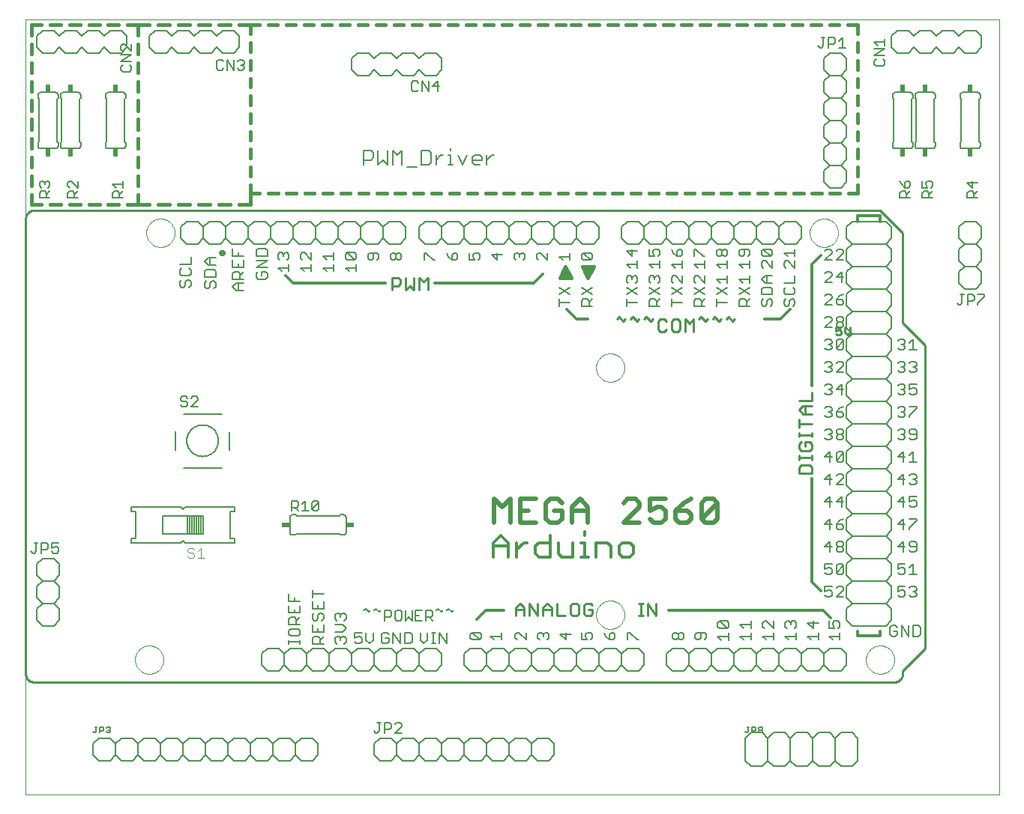
<source format=gto>
G75*
%MOIN*%
%OFA0B0*%
%FSLAX24Y24*%
%IPPOS*%
%LPD*%
%AMOC8*
5,1,8,0,0,1.08239X$1,22.5*
%
%ADD10C,0.0100*%
%ADD11C,0.0120*%
%ADD12C,0.0160*%
%ADD13C,0.0070*%
%ADD14C,0.0130*%
%ADD15C,0.0060*%
%ADD16C,0.0090*%
%ADD17C,0.0190*%
%ADD18C,0.0000*%
%ADD19C,0.0010*%
%ADD20C,0.0050*%
%ADD21C,0.0080*%
%ADD22R,0.0240X0.0340*%
%ADD23R,0.0340X0.0240*%
%ADD24C,0.0040*%
D10*
X000554Y005160D02*
X038766Y005160D01*
X038805Y005162D01*
X038843Y005168D01*
X038880Y005177D01*
X038917Y005190D01*
X038952Y005207D01*
X038985Y005226D01*
X039016Y005249D01*
X039045Y005275D01*
X039071Y005304D01*
X039094Y005335D01*
X039113Y005368D01*
X039130Y005403D01*
X039143Y005440D01*
X039152Y005477D01*
X039158Y005515D01*
X039160Y005554D01*
X039160Y005660D01*
X040160Y006660D01*
X040160Y020160D01*
X039160Y021160D01*
X039160Y025160D01*
X038160Y026160D01*
X000554Y026160D01*
X000515Y026158D01*
X000477Y026152D01*
X000440Y026143D01*
X000403Y026130D01*
X000368Y026113D01*
X000335Y026094D01*
X000304Y026071D01*
X000275Y026045D01*
X000249Y026016D01*
X000226Y025985D01*
X000207Y025952D01*
X000190Y025917D01*
X000177Y025880D01*
X000168Y025843D01*
X000162Y025805D01*
X000160Y025766D01*
X000160Y005554D01*
X000162Y005515D01*
X000168Y005477D01*
X000177Y005440D01*
X000190Y005403D01*
X000207Y005368D01*
X000226Y005335D01*
X000249Y005304D01*
X000275Y005275D01*
X000304Y005249D01*
X000335Y005226D01*
X000368Y005207D01*
X000403Y005190D01*
X000440Y005177D01*
X000477Y005168D01*
X000515Y005162D01*
X000554Y005160D01*
X021960Y008110D02*
X021960Y008484D01*
X022147Y008670D01*
X022334Y008484D01*
X022334Y008110D01*
X022568Y008110D02*
X022568Y008670D01*
X022941Y008110D01*
X022941Y008670D01*
X023175Y008484D02*
X023362Y008670D01*
X023549Y008484D01*
X023549Y008110D01*
X023783Y008110D02*
X024157Y008110D01*
X024391Y008203D02*
X024391Y008577D01*
X024484Y008670D01*
X024671Y008670D01*
X024765Y008577D01*
X024765Y008203D01*
X024671Y008110D01*
X024484Y008110D01*
X024391Y008203D01*
X024999Y008203D02*
X024999Y008577D01*
X025092Y008670D01*
X025279Y008670D01*
X025372Y008577D01*
X025372Y008390D02*
X025185Y008390D01*
X025372Y008390D02*
X025372Y008203D01*
X025279Y008110D01*
X025092Y008110D01*
X024999Y008203D01*
X023783Y008110D02*
X023783Y008670D01*
X023549Y008390D02*
X023175Y008390D01*
X023175Y008484D02*
X023175Y008110D01*
X022334Y008390D02*
X021960Y008390D01*
X027429Y008110D02*
X027616Y008110D01*
X027523Y008110D02*
X027523Y008670D01*
X027616Y008670D02*
X027429Y008670D01*
X027835Y008670D02*
X028208Y008110D01*
X028208Y008670D01*
X027835Y008670D02*
X027835Y008110D01*
X034550Y014460D02*
X034550Y014740D01*
X034643Y014834D01*
X035017Y014834D01*
X035110Y014740D01*
X035110Y014460D01*
X034550Y014460D01*
X034550Y015068D02*
X034550Y015255D01*
X034550Y015161D02*
X035110Y015161D01*
X035110Y015068D02*
X035110Y015255D01*
X035017Y015473D02*
X034643Y015473D01*
X034550Y015566D01*
X034550Y015753D01*
X034643Y015847D01*
X034830Y015847D02*
X034830Y015660D01*
X034830Y015847D02*
X035017Y015847D01*
X035110Y015753D01*
X035110Y015566D01*
X035017Y015473D01*
X035110Y016081D02*
X035110Y016267D01*
X035110Y016174D02*
X034550Y016174D01*
X034550Y016081D02*
X034550Y016267D01*
X034550Y016486D02*
X034550Y016859D01*
X034550Y016673D02*
X035110Y016673D01*
X035110Y017093D02*
X034736Y017093D01*
X034550Y017280D01*
X034736Y017467D01*
X035110Y017467D01*
X035110Y017701D02*
X034550Y017701D01*
X034830Y017467D02*
X034830Y017093D01*
X035110Y017701D02*
X035110Y018075D01*
X031695Y021320D02*
X031602Y021227D01*
X031415Y021414D01*
X031322Y021320D01*
X031088Y021320D02*
X030994Y021227D01*
X030807Y021414D01*
X030714Y021320D01*
X030480Y021320D02*
X030387Y021227D01*
X030200Y021414D01*
X030106Y021320D01*
X029872Y021320D02*
X029685Y021134D01*
X029499Y021320D01*
X029499Y020760D01*
X029265Y020853D02*
X029171Y020760D01*
X028984Y020760D01*
X028891Y020853D01*
X028891Y021227D01*
X028984Y021320D01*
X029171Y021320D01*
X029265Y021227D01*
X029265Y020853D01*
X029872Y020760D02*
X029872Y021320D01*
X028657Y021227D02*
X028563Y021320D01*
X028377Y021320D01*
X028283Y021227D01*
X028283Y020853D01*
X028377Y020760D01*
X028563Y020760D01*
X028657Y020853D01*
X028049Y021320D02*
X027956Y021227D01*
X027769Y021414D01*
X027675Y021320D01*
X027441Y021320D02*
X027348Y021227D01*
X027161Y021414D01*
X027068Y021320D01*
X026834Y021320D02*
X026740Y021227D01*
X026553Y021414D01*
X026460Y021320D01*
X018049Y022610D02*
X018049Y023170D01*
X017862Y022984D01*
X017675Y023170D01*
X017675Y022610D01*
X017441Y022610D02*
X017441Y023170D01*
X017068Y023170D02*
X017068Y022610D01*
X017255Y022797D01*
X017441Y022610D01*
X016834Y022890D02*
X016834Y023077D01*
X016740Y023170D01*
X016460Y023170D01*
X016460Y022610D01*
X016460Y022797D02*
X016740Y022797D01*
X016834Y022890D01*
D11*
X016160Y022910D02*
X012060Y022910D01*
X011710Y023260D01*
X008839Y024260D02*
X008841Y024276D01*
X008847Y024292D01*
X008856Y024306D01*
X008868Y024317D01*
X008882Y024325D01*
X008898Y024330D01*
X008914Y024331D01*
X008930Y024328D01*
X008945Y024321D01*
X008959Y024312D01*
X008969Y024299D01*
X008977Y024284D01*
X008981Y024268D01*
X008981Y024252D01*
X008977Y024236D01*
X008969Y024221D01*
X008959Y024208D01*
X008946Y024199D01*
X008930Y024192D01*
X008914Y024189D01*
X008898Y024190D01*
X008882Y024195D01*
X008868Y024203D01*
X008856Y024214D01*
X008847Y024228D01*
X008841Y024244D01*
X008839Y024260D01*
X018360Y022910D02*
X022760Y022910D01*
X023160Y023310D01*
X024210Y021760D02*
X024660Y021310D01*
X025160Y021310D01*
X033010Y021310D02*
X033710Y021310D01*
X034160Y021760D01*
X035110Y023760D02*
X035510Y024160D01*
X035110Y023760D02*
X035110Y018360D01*
X035110Y014210D02*
X035110Y009610D01*
X035510Y009210D01*
X035610Y008360D02*
X035960Y008010D01*
X035610Y008360D02*
X028760Y008360D01*
X021410Y008360D02*
X020610Y008360D01*
X020210Y007960D01*
X037160Y007410D02*
X037160Y007210D01*
X038160Y007210D01*
X038160Y007410D01*
X038160Y025660D02*
X038160Y025910D01*
X037160Y025910D01*
X037160Y025660D01*
D12*
X037160Y026910D02*
X036748Y026910D01*
X036354Y026910D02*
X035942Y026910D01*
X035549Y026910D02*
X035137Y026910D01*
X034743Y026910D02*
X034331Y026910D01*
X033937Y026910D02*
X033525Y026910D01*
X033132Y026910D02*
X032720Y026910D01*
X032326Y026910D02*
X031914Y026910D01*
X031520Y026910D02*
X031108Y026910D01*
X030714Y026910D02*
X030302Y026910D01*
X029909Y026910D02*
X029497Y026910D01*
X029103Y026910D02*
X028691Y026910D01*
X028297Y026910D02*
X027885Y026910D01*
X027492Y026910D02*
X027080Y026910D01*
X026686Y026910D02*
X026274Y026910D01*
X025880Y026910D02*
X025468Y026910D01*
X025075Y026910D02*
X024663Y026910D01*
X024269Y026910D02*
X023857Y026910D01*
X023463Y026910D02*
X023051Y026910D01*
X022657Y026910D02*
X022245Y026910D01*
X021852Y026910D02*
X021440Y026910D01*
X021046Y026910D02*
X020634Y026910D01*
X020240Y026910D02*
X019828Y026910D01*
X019435Y026910D02*
X019023Y026910D01*
X018629Y026910D02*
X018217Y026910D01*
X017823Y026910D02*
X017411Y026910D01*
X017018Y026910D02*
X016606Y026910D01*
X016212Y026910D02*
X015800Y026910D01*
X015406Y026910D02*
X014994Y026910D01*
X014600Y026910D02*
X014188Y026910D01*
X013795Y026910D02*
X013383Y026910D01*
X012989Y026910D02*
X012577Y026910D01*
X012183Y026910D02*
X011771Y026910D01*
X011378Y026910D02*
X010966Y026910D01*
X010572Y026910D02*
X010160Y026910D01*
X010160Y027306D01*
X010160Y027699D02*
X010160Y028095D01*
X010160Y028489D02*
X010160Y028884D01*
X010160Y029278D02*
X010160Y029674D01*
X010160Y030067D02*
X010160Y030463D01*
X010160Y030857D02*
X010160Y031253D01*
X010160Y031646D02*
X010160Y032042D01*
X010160Y032436D02*
X010160Y032831D01*
X010160Y033225D02*
X010160Y033621D01*
X010160Y034014D02*
X010160Y034410D01*
X009655Y034410D01*
X009261Y034410D02*
X008756Y034410D01*
X008362Y034410D02*
X007857Y034410D01*
X007463Y034410D02*
X006958Y034410D01*
X006564Y034410D02*
X006059Y034410D01*
X005665Y034410D02*
X005160Y034410D01*
X004696Y034410D01*
X004303Y034410D02*
X003839Y034410D01*
X003445Y034410D02*
X002982Y034410D01*
X002588Y034410D02*
X002125Y034410D01*
X001731Y034410D02*
X001267Y034410D01*
X000874Y034410D02*
X000410Y034410D01*
X000410Y033964D01*
X000410Y033571D02*
X000410Y033125D01*
X000410Y032731D02*
X000410Y032286D01*
X000410Y031892D02*
X000410Y031446D01*
X000410Y031053D02*
X000410Y030607D01*
X000410Y030213D02*
X000410Y029767D01*
X000410Y029374D02*
X000410Y028928D01*
X000410Y028534D02*
X000410Y028089D01*
X000410Y027695D02*
X000410Y027249D01*
X000410Y026856D02*
X000410Y026410D01*
X000874Y026410D01*
X001267Y026410D02*
X001731Y026410D01*
X002125Y026410D02*
X002588Y026410D01*
X002982Y026410D02*
X003445Y026410D01*
X003839Y026410D02*
X004303Y026410D01*
X004696Y026410D02*
X005160Y026410D01*
X005665Y026410D01*
X006059Y026410D02*
X006564Y026410D01*
X006958Y026410D02*
X007463Y026410D01*
X007857Y026410D02*
X008362Y026410D01*
X008756Y026410D02*
X009261Y026410D01*
X009655Y026410D02*
X010160Y026410D01*
X010160Y026910D01*
X005160Y026856D02*
X005160Y026410D01*
X005160Y027249D02*
X005160Y027695D01*
X005160Y028089D02*
X005160Y028534D01*
X005160Y028928D02*
X005160Y029374D01*
X005160Y029767D02*
X005160Y030213D01*
X005160Y030607D02*
X005160Y031053D01*
X005160Y031446D02*
X005160Y031892D01*
X005160Y032286D02*
X005160Y032731D01*
X005160Y033125D02*
X005160Y033571D01*
X005160Y033964D02*
X005160Y034410D01*
X010160Y034410D02*
X010566Y034410D01*
X010960Y034410D02*
X011366Y034410D01*
X011759Y034410D02*
X012165Y034410D01*
X012559Y034410D02*
X012965Y034410D01*
X013359Y034410D02*
X013765Y034410D01*
X014158Y034410D02*
X014564Y034410D01*
X014958Y034410D02*
X015364Y034410D01*
X015758Y034410D02*
X016163Y034410D01*
X016557Y034410D02*
X016963Y034410D01*
X017357Y034410D02*
X017763Y034410D01*
X018157Y034410D02*
X018562Y034410D01*
X018956Y034410D02*
X019362Y034410D01*
X019756Y034410D02*
X020162Y034410D01*
X020555Y034410D02*
X020961Y034410D01*
X021355Y034410D02*
X021761Y034410D01*
X022155Y034410D02*
X022561Y034410D01*
X022954Y034410D02*
X023360Y034410D01*
X023754Y034410D02*
X024160Y034410D01*
X024410Y034410D02*
X024838Y034410D01*
X025231Y034410D02*
X025659Y034410D01*
X026053Y034410D02*
X026481Y034410D01*
X026874Y034410D02*
X027302Y034410D01*
X027696Y034410D02*
X028124Y034410D01*
X028517Y034410D02*
X028945Y034410D01*
X029339Y034410D02*
X029767Y034410D01*
X030160Y034410D02*
X030588Y034410D01*
X030982Y034410D02*
X031410Y034410D01*
X031803Y034410D02*
X032231Y034410D01*
X032625Y034410D02*
X033053Y034410D01*
X033446Y034410D02*
X033874Y034410D01*
X034268Y034410D02*
X034696Y034410D01*
X035089Y034410D02*
X035517Y034410D01*
X035911Y034410D02*
X036339Y034410D01*
X036732Y034410D02*
X037160Y034410D01*
X037160Y034014D01*
X037160Y033621D02*
X037160Y033225D01*
X037160Y032831D02*
X037160Y032436D01*
X037160Y032042D02*
X037160Y031646D01*
X037160Y031253D02*
X037160Y030857D01*
X037160Y030463D02*
X037160Y030067D01*
X037160Y029674D02*
X037160Y029278D01*
X037160Y028884D02*
X037160Y028489D01*
X037160Y028095D02*
X037160Y027699D01*
X037160Y027306D02*
X037160Y026910D01*
X025410Y023660D02*
X025160Y023160D01*
X024910Y023660D01*
X025160Y023410D01*
X025160Y023660D01*
X025410Y023660D01*
X025160Y023410D01*
X025160Y023660D02*
X024910Y023660D01*
X024410Y023160D02*
X024160Y023160D01*
X024160Y023410D01*
X024410Y023160D01*
X024160Y023660D01*
X023910Y023160D01*
X024160Y023410D01*
X024160Y023160D02*
X023910Y023160D01*
D13*
X023885Y022738D02*
X024375Y022411D01*
X024375Y022738D02*
X023885Y022411D01*
X023885Y022222D02*
X023885Y021895D01*
X023885Y022058D02*
X024375Y022058D01*
X024885Y022140D02*
X024966Y022222D01*
X025130Y022222D01*
X025212Y022140D01*
X025212Y021895D01*
X025375Y021895D02*
X024885Y021895D01*
X024885Y022140D01*
X024885Y022411D02*
X025375Y022738D01*
X025375Y022411D02*
X024885Y022738D01*
X025375Y022222D02*
X025212Y022058D01*
X026885Y022058D02*
X027375Y022058D01*
X027375Y022411D02*
X026885Y022738D01*
X026966Y022926D02*
X026885Y023008D01*
X026885Y023171D01*
X026966Y023253D01*
X027048Y023253D01*
X027130Y023171D01*
X027212Y023253D01*
X027293Y023253D01*
X027375Y023171D01*
X027375Y023008D01*
X027293Y022926D01*
X027375Y022738D02*
X026885Y022411D01*
X026885Y022222D02*
X026885Y021895D01*
X027885Y021895D02*
X027885Y022140D01*
X027966Y022222D01*
X028130Y022222D01*
X028212Y022140D01*
X028212Y021895D01*
X028375Y021895D02*
X027885Y021895D01*
X028212Y022058D02*
X028375Y022222D01*
X028375Y022411D02*
X027885Y022738D01*
X027966Y022926D02*
X027885Y023008D01*
X027885Y023171D01*
X027966Y023253D01*
X028048Y023253D01*
X028130Y023171D01*
X028212Y023253D01*
X028293Y023253D01*
X028375Y023171D01*
X028375Y023008D01*
X028293Y022926D01*
X028375Y022738D02*
X027885Y022411D01*
X028130Y023090D02*
X028130Y023171D01*
X028048Y023595D02*
X027885Y023758D01*
X028375Y023758D01*
X028375Y023595D02*
X028375Y023922D01*
X028293Y024111D02*
X028375Y024192D01*
X028375Y024356D01*
X028293Y024438D01*
X028130Y024438D01*
X028048Y024356D01*
X028048Y024274D01*
X028130Y024111D01*
X027885Y024111D01*
X027885Y024438D01*
X027375Y024356D02*
X026885Y024356D01*
X027130Y024111D01*
X027130Y024438D01*
X027375Y023922D02*
X027375Y023595D01*
X027375Y023758D02*
X026885Y023758D01*
X027048Y023595D01*
X027130Y023171D02*
X027130Y023090D01*
X028885Y023171D02*
X028885Y023008D01*
X028966Y022926D01*
X028885Y022738D02*
X029375Y022411D01*
X029375Y022738D02*
X028885Y022411D01*
X028885Y022222D02*
X028885Y021895D01*
X028885Y022058D02*
X029375Y022058D01*
X029885Y022140D02*
X029966Y022222D01*
X030130Y022222D01*
X030212Y022140D01*
X030212Y021895D01*
X030375Y021895D02*
X029885Y021895D01*
X029885Y022140D01*
X029885Y022411D02*
X030375Y022738D01*
X030375Y022926D02*
X030048Y023253D01*
X029966Y023253D01*
X029885Y023171D01*
X029885Y023008D01*
X029966Y022926D01*
X029885Y022738D02*
X030375Y022411D01*
X030375Y022222D02*
X030212Y022058D01*
X030885Y022058D02*
X031375Y022058D01*
X031375Y022411D02*
X030885Y022738D01*
X031048Y022926D02*
X030885Y023090D01*
X031375Y023090D01*
X031375Y023253D02*
X031375Y022926D01*
X031375Y022738D02*
X030885Y022411D01*
X030885Y022222D02*
X030885Y021895D01*
X031885Y021895D02*
X031885Y022140D01*
X031966Y022222D01*
X032130Y022222D01*
X032212Y022140D01*
X032212Y021895D01*
X032375Y021895D02*
X031885Y021895D01*
X032212Y022058D02*
X032375Y022222D01*
X032375Y022411D02*
X031885Y022738D01*
X032048Y022926D02*
X031885Y023090D01*
X032375Y023090D01*
X032375Y023253D02*
X032375Y022926D01*
X032375Y022738D02*
X031885Y022411D01*
X032885Y022411D02*
X032885Y022656D01*
X032966Y022738D01*
X033293Y022738D01*
X033375Y022656D01*
X033375Y022411D01*
X032885Y022411D01*
X032966Y022222D02*
X032885Y022140D01*
X032885Y021977D01*
X032966Y021895D01*
X033048Y021895D01*
X033130Y021977D01*
X033130Y022140D01*
X033212Y022222D01*
X033293Y022222D01*
X033375Y022140D01*
X033375Y021977D01*
X033293Y021895D01*
X033885Y021977D02*
X033966Y021895D01*
X034048Y021895D01*
X034130Y021977D01*
X034130Y022140D01*
X034212Y022222D01*
X034293Y022222D01*
X034375Y022140D01*
X034375Y021977D01*
X034293Y021895D01*
X033885Y021977D02*
X033885Y022140D01*
X033966Y022222D01*
X033966Y022411D02*
X034293Y022411D01*
X034375Y022492D01*
X034375Y022656D01*
X034293Y022738D01*
X034375Y022926D02*
X033885Y022926D01*
X033966Y022738D02*
X033885Y022656D01*
X033885Y022492D01*
X033966Y022411D01*
X034375Y022926D02*
X034375Y023253D01*
X034375Y023595D02*
X034048Y023922D01*
X033966Y023922D01*
X033885Y023840D01*
X033885Y023677D01*
X033966Y023595D01*
X034375Y023595D02*
X034375Y023922D01*
X034375Y024111D02*
X034375Y024438D01*
X034375Y024274D02*
X033885Y024274D01*
X034048Y024111D01*
X033375Y024192D02*
X033293Y024111D01*
X032966Y024438D01*
X033293Y024438D01*
X033375Y024356D01*
X033375Y024192D01*
X033293Y024111D02*
X032966Y024111D01*
X032885Y024192D01*
X032885Y024356D01*
X032966Y024438D01*
X032375Y024356D02*
X032293Y024438D01*
X031966Y024438D01*
X031885Y024356D01*
X031885Y024192D01*
X031966Y024111D01*
X032048Y024111D01*
X032130Y024192D01*
X032130Y024438D01*
X032375Y024356D02*
X032375Y024192D01*
X032293Y024111D01*
X032375Y023922D02*
X032375Y023595D01*
X032375Y023758D02*
X031885Y023758D01*
X032048Y023595D01*
X031375Y023595D02*
X031375Y023922D01*
X031375Y023758D02*
X030885Y023758D01*
X031048Y023595D01*
X031048Y024111D02*
X030966Y024111D01*
X030885Y024192D01*
X030885Y024356D01*
X030966Y024438D01*
X031048Y024438D01*
X031130Y024356D01*
X031130Y024192D01*
X031048Y024111D01*
X031130Y024192D02*
X031212Y024111D01*
X031293Y024111D01*
X031375Y024192D01*
X031375Y024356D01*
X031293Y024438D01*
X031212Y024438D01*
X031130Y024356D01*
X030375Y024111D02*
X030293Y024111D01*
X029966Y024438D01*
X029885Y024438D01*
X029885Y024111D01*
X029885Y023758D02*
X030375Y023758D01*
X030375Y023595D02*
X030375Y023922D01*
X030048Y023595D02*
X029885Y023758D01*
X029375Y023758D02*
X028885Y023758D01*
X029048Y023595D01*
X029375Y023595D02*
X029375Y023922D01*
X029293Y024111D02*
X029130Y024111D01*
X029130Y024356D01*
X029212Y024438D01*
X029293Y024438D01*
X029375Y024356D01*
X029375Y024192D01*
X029293Y024111D01*
X029130Y024111D02*
X028966Y024274D01*
X028885Y024438D01*
X028966Y023253D02*
X028885Y023171D01*
X028966Y023253D02*
X029048Y023253D01*
X029375Y022926D01*
X029375Y023253D01*
X030375Y023253D02*
X030375Y022926D01*
X032885Y023090D02*
X033048Y023253D01*
X033375Y023253D01*
X033130Y023253D02*
X033130Y022926D01*
X033048Y022926D02*
X032885Y023090D01*
X033048Y022926D02*
X033375Y022926D01*
X033375Y023595D02*
X033048Y023922D01*
X032966Y023922D01*
X032885Y023840D01*
X032885Y023677D01*
X032966Y023595D01*
X033375Y023595D02*
X033375Y023922D01*
X035695Y023945D02*
X036022Y024272D01*
X036022Y024354D01*
X035940Y024435D01*
X035777Y024435D01*
X035695Y024354D01*
X035695Y023945D02*
X036022Y023945D01*
X036211Y023945D02*
X036538Y024272D01*
X036538Y024354D01*
X036456Y024435D01*
X036292Y024435D01*
X036211Y024354D01*
X036211Y023945D02*
X036538Y023945D01*
X036456Y023435D02*
X036211Y023190D01*
X036538Y023190D01*
X036456Y022945D02*
X036456Y023435D01*
X036022Y023354D02*
X036022Y023272D01*
X035695Y022945D01*
X036022Y022945D01*
X036022Y023354D02*
X035940Y023435D01*
X035777Y023435D01*
X035695Y023354D01*
X035777Y022435D02*
X035695Y022354D01*
X035777Y022435D02*
X035940Y022435D01*
X036022Y022354D01*
X036022Y022272D01*
X035695Y021945D01*
X036022Y021945D01*
X036211Y022027D02*
X036292Y021945D01*
X036456Y021945D01*
X036538Y022027D01*
X036538Y022108D01*
X036456Y022190D01*
X036211Y022190D01*
X036211Y022027D01*
X036211Y022190D02*
X036374Y022354D01*
X036538Y022435D01*
X036456Y021435D02*
X036292Y021435D01*
X036211Y021354D01*
X036211Y021272D01*
X036292Y021190D01*
X036456Y021190D01*
X036538Y021108D01*
X036538Y021027D01*
X036456Y020945D01*
X036292Y020945D01*
X036211Y021027D01*
X036211Y021108D01*
X036292Y021190D01*
X036456Y021190D02*
X036538Y021272D01*
X036538Y021354D01*
X036456Y021435D01*
X036022Y021354D02*
X035940Y021435D01*
X035777Y021435D01*
X035695Y021354D01*
X036022Y021354D02*
X036022Y021272D01*
X035695Y020945D01*
X036022Y020945D01*
X035940Y020435D02*
X035777Y020435D01*
X035695Y020354D01*
X035858Y020190D02*
X035940Y020190D01*
X036022Y020108D01*
X036022Y020027D01*
X035940Y019945D01*
X035777Y019945D01*
X035695Y020027D01*
X035940Y020190D02*
X036022Y020272D01*
X036022Y020354D01*
X035940Y020435D01*
X036211Y020354D02*
X036292Y020435D01*
X036456Y020435D01*
X036538Y020354D01*
X036211Y020027D01*
X036292Y019945D01*
X036456Y019945D01*
X036538Y020027D01*
X036538Y020354D01*
X036211Y020354D02*
X036211Y020027D01*
X036292Y019435D02*
X036211Y019354D01*
X036292Y019435D02*
X036456Y019435D01*
X036538Y019354D01*
X036538Y019272D01*
X036211Y018945D01*
X036538Y018945D01*
X036456Y018435D02*
X036211Y018190D01*
X036538Y018190D01*
X036456Y017945D02*
X036456Y018435D01*
X036022Y018354D02*
X036022Y018272D01*
X035940Y018190D01*
X036022Y018108D01*
X036022Y018027D01*
X035940Y017945D01*
X035777Y017945D01*
X035695Y018027D01*
X035858Y018190D02*
X035940Y018190D01*
X036022Y018354D02*
X035940Y018435D01*
X035777Y018435D01*
X035695Y018354D01*
X035777Y018945D02*
X035695Y019027D01*
X035777Y018945D02*
X035940Y018945D01*
X036022Y019027D01*
X036022Y019108D01*
X035940Y019190D01*
X035858Y019190D01*
X035940Y019190D02*
X036022Y019272D01*
X036022Y019354D01*
X035940Y019435D01*
X035777Y019435D01*
X035695Y019354D01*
X035777Y017435D02*
X035940Y017435D01*
X036022Y017354D01*
X036022Y017272D01*
X035940Y017190D01*
X036022Y017108D01*
X036022Y017027D01*
X035940Y016945D01*
X035777Y016945D01*
X035695Y017027D01*
X035858Y017190D02*
X035940Y017190D01*
X036211Y017190D02*
X036456Y017190D01*
X036538Y017108D01*
X036538Y017027D01*
X036456Y016945D01*
X036292Y016945D01*
X036211Y017027D01*
X036211Y017190D01*
X036374Y017354D01*
X036538Y017435D01*
X035777Y017435D02*
X035695Y017354D01*
X035777Y016435D02*
X035940Y016435D01*
X036022Y016354D01*
X036022Y016272D01*
X035940Y016190D01*
X036022Y016108D01*
X036022Y016027D01*
X035940Y015945D01*
X035777Y015945D01*
X035695Y016027D01*
X035858Y016190D02*
X035940Y016190D01*
X036211Y016108D02*
X036292Y016190D01*
X036456Y016190D01*
X036538Y016108D01*
X036538Y016027D01*
X036456Y015945D01*
X036292Y015945D01*
X036211Y016027D01*
X036211Y016108D01*
X036292Y016190D02*
X036211Y016272D01*
X036211Y016354D01*
X036292Y016435D01*
X036456Y016435D01*
X036538Y016354D01*
X036538Y016272D01*
X036456Y016190D01*
X035777Y016435D02*
X035695Y016354D01*
X035940Y015435D02*
X035695Y015190D01*
X036022Y015190D01*
X036211Y015027D02*
X036211Y015354D01*
X036292Y015435D01*
X036456Y015435D01*
X036538Y015354D01*
X036211Y015027D01*
X036292Y014945D01*
X036456Y014945D01*
X036538Y015027D01*
X036538Y015354D01*
X035940Y015435D02*
X035940Y014945D01*
X035940Y014435D02*
X035695Y014190D01*
X036022Y014190D01*
X036211Y014354D02*
X036292Y014435D01*
X036456Y014435D01*
X036538Y014354D01*
X036538Y014272D01*
X036211Y013945D01*
X036538Y013945D01*
X036456Y013435D02*
X036211Y013190D01*
X036538Y013190D01*
X036456Y012945D02*
X036456Y013435D01*
X036022Y013190D02*
X035695Y013190D01*
X035940Y013435D01*
X035940Y012945D01*
X035940Y012435D02*
X035695Y012190D01*
X036022Y012190D01*
X036211Y012190D02*
X036456Y012190D01*
X036538Y012108D01*
X036538Y012027D01*
X036456Y011945D01*
X036292Y011945D01*
X036211Y012027D01*
X036211Y012190D01*
X036374Y012354D01*
X036538Y012435D01*
X035940Y012435D02*
X035940Y011945D01*
X035940Y011435D02*
X035695Y011190D01*
X036022Y011190D01*
X036211Y011108D02*
X036292Y011190D01*
X036456Y011190D01*
X036538Y011108D01*
X036538Y011027D01*
X036456Y010945D01*
X036292Y010945D01*
X036211Y011027D01*
X036211Y011108D01*
X036292Y011190D02*
X036211Y011272D01*
X036211Y011354D01*
X036292Y011435D01*
X036456Y011435D01*
X036538Y011354D01*
X036538Y011272D01*
X036456Y011190D01*
X035940Y010945D02*
X035940Y011435D01*
X036022Y010435D02*
X035695Y010435D01*
X035695Y010190D01*
X035858Y010272D01*
X035940Y010272D01*
X036022Y010190D01*
X036022Y010027D01*
X035940Y009945D01*
X035777Y009945D01*
X035695Y010027D01*
X036211Y010027D02*
X036211Y010354D01*
X036292Y010435D01*
X036456Y010435D01*
X036538Y010354D01*
X036211Y010027D01*
X036292Y009945D01*
X036456Y009945D01*
X036538Y010027D01*
X036538Y010354D01*
X036456Y009435D02*
X036292Y009435D01*
X036211Y009354D01*
X036022Y009435D02*
X035695Y009435D01*
X035695Y009190D01*
X035858Y009272D01*
X035940Y009272D01*
X036022Y009190D01*
X036022Y009027D01*
X035940Y008945D01*
X035777Y008945D01*
X035695Y009027D01*
X036211Y008945D02*
X036538Y009272D01*
X036538Y009354D01*
X036456Y009435D01*
X036538Y008945D02*
X036211Y008945D01*
X036130Y007888D02*
X036293Y007888D01*
X036375Y007806D01*
X036375Y007642D01*
X036293Y007561D01*
X036130Y007561D02*
X036048Y007724D01*
X036048Y007806D01*
X036130Y007888D01*
X035885Y007888D02*
X035885Y007561D01*
X036130Y007561D01*
X036375Y007372D02*
X036375Y007045D01*
X036375Y007208D02*
X035885Y007208D01*
X036048Y007045D01*
X035425Y007045D02*
X035425Y007372D01*
X035425Y007208D02*
X034935Y007208D01*
X035098Y007045D01*
X035180Y007561D02*
X034935Y007806D01*
X035425Y007806D01*
X035180Y007888D02*
X035180Y007561D01*
X034425Y007642D02*
X034343Y007561D01*
X034425Y007642D02*
X034425Y007806D01*
X034343Y007888D01*
X034262Y007888D01*
X034180Y007806D01*
X034180Y007724D01*
X034180Y007806D02*
X034098Y007888D01*
X034016Y007888D01*
X033935Y007806D01*
X033935Y007642D01*
X034016Y007561D01*
X033935Y007208D02*
X034425Y007208D01*
X034425Y007045D02*
X034425Y007372D01*
X034098Y007045D02*
X033935Y007208D01*
X033425Y007208D02*
X032935Y007208D01*
X033098Y007045D01*
X033425Y007045D02*
X033425Y007372D01*
X033425Y007561D02*
X033098Y007888D01*
X033016Y007888D01*
X032935Y007806D01*
X032935Y007642D01*
X033016Y007561D01*
X033425Y007561D02*
X033425Y007888D01*
X032425Y007888D02*
X032425Y007561D01*
X032425Y007724D02*
X031935Y007724D01*
X032098Y007561D01*
X032425Y007372D02*
X032425Y007045D01*
X032425Y007208D02*
X031935Y007208D01*
X032098Y007045D01*
X030425Y007127D02*
X030425Y007290D01*
X030343Y007372D01*
X030016Y007372D01*
X029935Y007290D01*
X029935Y007127D01*
X030016Y007045D01*
X030098Y007045D01*
X030180Y007127D01*
X030180Y007372D01*
X030425Y007127D02*
X030343Y007045D01*
X029425Y007127D02*
X029343Y007045D01*
X029262Y007045D01*
X029180Y007127D01*
X029180Y007290D01*
X029262Y007372D01*
X029343Y007372D01*
X029425Y007290D01*
X029425Y007127D01*
X029180Y007127D02*
X029098Y007045D01*
X029016Y007045D01*
X028935Y007127D01*
X028935Y007290D01*
X029016Y007372D01*
X029098Y007372D01*
X029180Y007290D01*
X027425Y007045D02*
X027343Y007045D01*
X027016Y007372D01*
X026935Y007372D01*
X026935Y007045D01*
X026375Y007127D02*
X026375Y007290D01*
X026293Y007372D01*
X026212Y007372D01*
X026130Y007290D01*
X026130Y007045D01*
X026293Y007045D01*
X026375Y007127D01*
X026130Y007045D02*
X025966Y007208D01*
X025885Y007372D01*
X025375Y007290D02*
X025375Y007127D01*
X025293Y007045D01*
X025130Y007045D02*
X025048Y007208D01*
X025048Y007290D01*
X025130Y007372D01*
X025293Y007372D01*
X025375Y007290D01*
X025130Y007045D02*
X024885Y007045D01*
X024885Y007372D01*
X024425Y007290D02*
X023935Y007290D01*
X024180Y007045D01*
X024180Y007372D01*
X023425Y007290D02*
X023425Y007127D01*
X023343Y007045D01*
X023180Y007208D02*
X023180Y007290D01*
X023262Y007372D01*
X023343Y007372D01*
X023425Y007290D01*
X023180Y007290D02*
X023098Y007372D01*
X023016Y007372D01*
X022935Y007290D01*
X022935Y007127D01*
X023016Y007045D01*
X022425Y007045D02*
X022425Y007372D01*
X022425Y007045D02*
X022098Y007372D01*
X022016Y007372D01*
X021935Y007290D01*
X021935Y007127D01*
X022016Y007045D01*
X021325Y007045D02*
X021325Y007372D01*
X021325Y007208D02*
X020835Y007208D01*
X020998Y007045D01*
X020425Y007127D02*
X020425Y007290D01*
X020343Y007372D01*
X020016Y007372D01*
X020343Y007045D01*
X020425Y007127D01*
X020343Y007045D02*
X020016Y007045D01*
X019935Y007127D01*
X019935Y007290D01*
X020016Y007372D01*
X018896Y007367D02*
X018896Y006877D01*
X018569Y007367D01*
X018569Y006877D01*
X018389Y006877D02*
X018225Y006877D01*
X018307Y006877D02*
X018307Y007367D01*
X018225Y007367D02*
X018389Y007367D01*
X018037Y007367D02*
X018037Y007040D01*
X017873Y006877D01*
X017710Y007040D01*
X017710Y007367D01*
X017348Y007285D02*
X017348Y006958D01*
X017266Y006877D01*
X017021Y006877D01*
X017021Y007367D01*
X017266Y007367D01*
X017348Y007285D01*
X016832Y007367D02*
X016832Y006877D01*
X016505Y007367D01*
X016505Y006877D01*
X016317Y006958D02*
X016317Y007122D01*
X016153Y007122D01*
X015990Y007285D02*
X015990Y006958D01*
X016072Y006877D01*
X016235Y006877D01*
X016317Y006958D01*
X016317Y007285D02*
X016235Y007367D01*
X016072Y007367D01*
X015990Y007285D01*
X015632Y007367D02*
X015632Y007040D01*
X015469Y006877D01*
X015305Y007040D01*
X015305Y007367D01*
X015117Y007367D02*
X014790Y007367D01*
X014790Y007122D01*
X014953Y007204D01*
X015035Y007204D01*
X015117Y007122D01*
X015117Y006958D01*
X015035Y006877D01*
X014872Y006877D01*
X014790Y006958D01*
X014413Y006952D02*
X014332Y006870D01*
X014413Y006952D02*
X014413Y007115D01*
X014332Y007197D01*
X014250Y007197D01*
X014168Y007115D01*
X014168Y007033D01*
X014168Y007115D02*
X014086Y007197D01*
X014005Y007197D01*
X013923Y007115D01*
X013923Y006952D01*
X014005Y006870D01*
X013923Y007385D02*
X014250Y007385D01*
X014413Y007549D01*
X014250Y007712D01*
X013923Y007712D01*
X014005Y007901D02*
X013923Y007983D01*
X013923Y008146D01*
X014005Y008228D01*
X014086Y008228D01*
X014168Y008146D01*
X014250Y008228D01*
X014332Y008228D01*
X014413Y008146D01*
X014413Y007983D01*
X014332Y007901D01*
X014168Y008065D02*
X014168Y008146D01*
X013413Y008146D02*
X013413Y007983D01*
X013332Y007901D01*
X013168Y007983D02*
X013168Y008146D01*
X013250Y008228D01*
X013332Y008228D01*
X013413Y008146D01*
X013413Y008417D02*
X012923Y008417D01*
X012923Y008744D01*
X012923Y008932D02*
X012923Y009259D01*
X012923Y009096D02*
X013413Y009096D01*
X013413Y008744D02*
X013413Y008417D01*
X013168Y008417D02*
X013168Y008580D01*
X013005Y008228D02*
X012923Y008146D01*
X012923Y007983D01*
X013005Y007901D01*
X013086Y007901D01*
X013168Y007983D01*
X012923Y007712D02*
X012923Y007385D01*
X013413Y007385D01*
X013413Y007712D01*
X013168Y007549D02*
X013168Y007385D01*
X013168Y007197D02*
X013250Y007115D01*
X013250Y006870D01*
X013413Y006870D02*
X012923Y006870D01*
X012923Y007115D01*
X013005Y007197D01*
X013168Y007197D01*
X013250Y007033D02*
X013413Y007197D01*
X012363Y007295D02*
X012363Y007459D01*
X012282Y007541D01*
X011955Y007541D01*
X011873Y007459D01*
X011873Y007295D01*
X011955Y007214D01*
X012282Y007214D01*
X012363Y007295D01*
X012363Y007033D02*
X012363Y006870D01*
X012363Y006952D02*
X011873Y006952D01*
X011873Y007033D02*
X011873Y006870D01*
X011873Y007729D02*
X011873Y007974D01*
X011955Y008056D01*
X012118Y008056D01*
X012200Y007974D01*
X012200Y007729D01*
X012363Y007729D02*
X011873Y007729D01*
X012200Y007893D02*
X012363Y008056D01*
X012363Y008245D02*
X011873Y008245D01*
X011873Y008572D01*
X011873Y008760D02*
X011873Y009087D01*
X012118Y008924D02*
X012118Y008760D01*
X012363Y008760D02*
X011873Y008760D01*
X012118Y008408D02*
X012118Y008245D01*
X012363Y008245D02*
X012363Y008572D01*
X009863Y022590D02*
X009536Y022590D01*
X009373Y022753D01*
X009536Y022917D01*
X009863Y022917D01*
X009863Y023105D02*
X009373Y023105D01*
X009373Y023351D01*
X009455Y023432D01*
X009618Y023432D01*
X009700Y023351D01*
X009700Y023105D01*
X009700Y023269D02*
X009863Y023432D01*
X009863Y023621D02*
X009863Y023948D01*
X009863Y024137D02*
X009373Y024137D01*
X009373Y024464D01*
X009618Y024300D02*
X009618Y024137D01*
X009373Y023948D02*
X009373Y023621D01*
X009863Y023621D01*
X009618Y023621D02*
X009618Y023785D01*
X010427Y023942D02*
X010918Y023942D01*
X010427Y023615D01*
X010918Y023615D01*
X010836Y023427D02*
X010672Y023427D01*
X010672Y023263D01*
X010509Y023100D02*
X010836Y023100D01*
X010918Y023182D01*
X010918Y023345D01*
X010836Y023427D01*
X010509Y023427D02*
X010427Y023345D01*
X010427Y023182D01*
X010509Y023100D01*
X009618Y022917D02*
X009618Y022590D01*
X010427Y024131D02*
X010427Y024376D01*
X010509Y024458D01*
X010836Y024458D01*
X010918Y024376D01*
X010918Y024131D01*
X010427Y024131D01*
X011385Y024206D02*
X011466Y024288D01*
X011548Y024288D01*
X011630Y024206D01*
X011712Y024288D01*
X011793Y024288D01*
X011875Y024206D01*
X011875Y024042D01*
X011793Y023961D01*
X011875Y023772D02*
X011875Y023445D01*
X011875Y023608D02*
X011385Y023608D01*
X011548Y023445D01*
X011466Y023961D02*
X011385Y024042D01*
X011385Y024206D01*
X011630Y024206D02*
X011630Y024124D01*
X012385Y024042D02*
X012466Y023961D01*
X012385Y024042D02*
X012385Y024206D01*
X012466Y024288D01*
X012548Y024288D01*
X012875Y023961D01*
X012875Y024288D01*
X012875Y023772D02*
X012875Y023445D01*
X012875Y023608D02*
X012385Y023608D01*
X012548Y023445D01*
X013385Y023608D02*
X013875Y023608D01*
X013875Y023445D02*
X013875Y023772D01*
X013875Y023961D02*
X013875Y024288D01*
X013875Y024124D02*
X013385Y024124D01*
X013548Y023961D01*
X013385Y023608D02*
X013548Y023445D01*
X014385Y023608D02*
X014875Y023608D01*
X014875Y023445D02*
X014875Y023772D01*
X014793Y023961D02*
X014466Y024288D01*
X014793Y024288D01*
X014875Y024206D01*
X014875Y024042D01*
X014793Y023961D01*
X014466Y023961D01*
X014385Y024042D01*
X014385Y024206D01*
X014466Y024288D01*
X014385Y023608D02*
X014548Y023445D01*
X015385Y024027D02*
X015466Y023945D01*
X015548Y023945D01*
X015630Y024027D01*
X015630Y024272D01*
X015793Y024272D02*
X015466Y024272D01*
X015385Y024190D01*
X015385Y024027D01*
X015793Y023945D02*
X015875Y024027D01*
X015875Y024190D01*
X015793Y024272D01*
X016385Y024190D02*
X016466Y024272D01*
X016548Y024272D01*
X016630Y024190D01*
X016630Y024027D01*
X016548Y023945D01*
X016466Y023945D01*
X016385Y024027D01*
X016385Y024190D01*
X016630Y024190D02*
X016712Y024272D01*
X016793Y024272D01*
X016875Y024190D01*
X016875Y024027D01*
X016793Y023945D01*
X016712Y023945D01*
X016630Y024027D01*
X017885Y023945D02*
X017885Y024272D01*
X017966Y024272D01*
X018293Y023945D01*
X018375Y023945D01*
X018885Y024272D02*
X018966Y024108D01*
X019130Y023945D01*
X019130Y024190D01*
X019212Y024272D01*
X019293Y024272D01*
X019375Y024190D01*
X019375Y024027D01*
X019293Y023945D01*
X019130Y023945D01*
X019885Y023945D02*
X020130Y023945D01*
X020048Y024108D01*
X020048Y024190D01*
X020130Y024272D01*
X020293Y024272D01*
X020375Y024190D01*
X020375Y024027D01*
X020293Y023945D01*
X019885Y023945D02*
X019885Y024272D01*
X020885Y024190D02*
X021130Y023945D01*
X021130Y024272D01*
X021375Y024190D02*
X020885Y024190D01*
X021885Y024190D02*
X021966Y024272D01*
X022048Y024272D01*
X022130Y024190D01*
X022212Y024272D01*
X022293Y024272D01*
X022375Y024190D01*
X022375Y024027D01*
X022293Y023945D01*
X022130Y024108D02*
X022130Y024190D01*
X021885Y024190D02*
X021885Y024027D01*
X021966Y023945D01*
X022885Y024027D02*
X022966Y023945D01*
X022885Y024027D02*
X022885Y024190D01*
X022966Y024272D01*
X023048Y024272D01*
X023375Y023945D01*
X023375Y024272D01*
X023885Y024108D02*
X024048Y023945D01*
X023885Y024108D02*
X024375Y024108D01*
X024375Y023945D02*
X024375Y024272D01*
X024885Y024190D02*
X024966Y024272D01*
X025293Y023945D01*
X025375Y024027D01*
X025375Y024190D01*
X025293Y024272D01*
X024966Y024272D01*
X024885Y024190D02*
X024885Y024027D01*
X024966Y023945D01*
X025293Y023945D01*
X035940Y014435D02*
X035940Y013945D01*
X038945Y014190D02*
X039272Y014190D01*
X039461Y014027D02*
X039542Y013945D01*
X039706Y013945D01*
X039788Y014027D01*
X039788Y014108D01*
X039706Y014190D01*
X039624Y014190D01*
X039706Y014190D02*
X039788Y014272D01*
X039788Y014354D01*
X039706Y014435D01*
X039542Y014435D01*
X039461Y014354D01*
X039190Y014435D02*
X038945Y014190D01*
X039190Y013945D02*
X039190Y014435D01*
X039190Y014945D02*
X039190Y015435D01*
X038945Y015190D01*
X039272Y015190D01*
X039461Y015272D02*
X039624Y015435D01*
X039624Y014945D01*
X039461Y014945D02*
X039788Y014945D01*
X039706Y015945D02*
X039788Y016027D01*
X039788Y016354D01*
X039706Y016435D01*
X039542Y016435D01*
X039461Y016354D01*
X039461Y016272D01*
X039542Y016190D01*
X039788Y016190D01*
X039706Y015945D02*
X039542Y015945D01*
X039461Y016027D01*
X039272Y016027D02*
X039190Y015945D01*
X039027Y015945D01*
X038945Y016027D01*
X039108Y016190D02*
X039190Y016190D01*
X039272Y016108D01*
X039272Y016027D01*
X039190Y016190D02*
X039272Y016272D01*
X039272Y016354D01*
X039190Y016435D01*
X039027Y016435D01*
X038945Y016354D01*
X039027Y016945D02*
X038945Y017027D01*
X039027Y016945D02*
X039190Y016945D01*
X039272Y017027D01*
X039272Y017108D01*
X039190Y017190D01*
X039108Y017190D01*
X039190Y017190D02*
X039272Y017272D01*
X039272Y017354D01*
X039190Y017435D01*
X039027Y017435D01*
X038945Y017354D01*
X039461Y017435D02*
X039788Y017435D01*
X039788Y017354D01*
X039461Y017027D01*
X039461Y016945D01*
X039542Y017945D02*
X039461Y018027D01*
X039542Y017945D02*
X039706Y017945D01*
X039788Y018027D01*
X039788Y018190D01*
X039706Y018272D01*
X039624Y018272D01*
X039461Y018190D01*
X039461Y018435D01*
X039788Y018435D01*
X039706Y018945D02*
X039542Y018945D01*
X039461Y019027D01*
X039272Y019027D02*
X039190Y018945D01*
X039027Y018945D01*
X038945Y019027D01*
X039108Y019190D02*
X039190Y019190D01*
X039272Y019108D01*
X039272Y019027D01*
X039190Y019190D02*
X039272Y019272D01*
X039272Y019354D01*
X039190Y019435D01*
X039027Y019435D01*
X038945Y019354D01*
X039027Y019945D02*
X038945Y020027D01*
X039027Y019945D02*
X039190Y019945D01*
X039272Y020027D01*
X039272Y020108D01*
X039190Y020190D01*
X039108Y020190D01*
X039190Y020190D02*
X039272Y020272D01*
X039272Y020354D01*
X039190Y020435D01*
X039027Y020435D01*
X038945Y020354D01*
X039461Y020272D02*
X039624Y020435D01*
X039624Y019945D01*
X039461Y019945D02*
X039788Y019945D01*
X039706Y019435D02*
X039788Y019354D01*
X039788Y019272D01*
X039706Y019190D01*
X039788Y019108D01*
X039788Y019027D01*
X039706Y018945D01*
X039706Y019190D02*
X039624Y019190D01*
X039461Y019354D02*
X039542Y019435D01*
X039706Y019435D01*
X039190Y018435D02*
X039272Y018354D01*
X039272Y018272D01*
X039190Y018190D01*
X039272Y018108D01*
X039272Y018027D01*
X039190Y017945D01*
X039027Y017945D01*
X038945Y018027D01*
X039108Y018190D02*
X039190Y018190D01*
X039190Y018435D02*
X039027Y018435D01*
X038945Y018354D01*
X039190Y013435D02*
X038945Y013190D01*
X039272Y013190D01*
X039461Y013190D02*
X039624Y013272D01*
X039706Y013272D01*
X039788Y013190D01*
X039788Y013027D01*
X039706Y012945D01*
X039542Y012945D01*
X039461Y013027D01*
X039461Y013190D02*
X039461Y013435D01*
X039788Y013435D01*
X039190Y013435D02*
X039190Y012945D01*
X039190Y012435D02*
X038945Y012190D01*
X039272Y012190D01*
X039461Y012027D02*
X039461Y011945D01*
X039461Y012027D02*
X039788Y012354D01*
X039788Y012435D01*
X039461Y012435D01*
X039190Y012435D02*
X039190Y011945D01*
X039190Y011435D02*
X038945Y011190D01*
X039272Y011190D01*
X039461Y011272D02*
X039542Y011190D01*
X039788Y011190D01*
X039788Y011027D02*
X039788Y011354D01*
X039706Y011435D01*
X039542Y011435D01*
X039461Y011354D01*
X039461Y011272D01*
X039461Y011027D02*
X039542Y010945D01*
X039706Y010945D01*
X039788Y011027D01*
X039190Y010945D02*
X039190Y011435D01*
X039272Y010435D02*
X038945Y010435D01*
X038945Y010190D01*
X039108Y010272D01*
X039190Y010272D01*
X039272Y010190D01*
X039272Y010027D01*
X039190Y009945D01*
X039027Y009945D01*
X038945Y010027D01*
X038945Y009435D02*
X038945Y009190D01*
X039108Y009272D01*
X039190Y009272D01*
X039272Y009190D01*
X039272Y009027D01*
X039190Y008945D01*
X039027Y008945D01*
X038945Y009027D01*
X038945Y009435D02*
X039272Y009435D01*
X039461Y009354D02*
X039542Y009435D01*
X039706Y009435D01*
X039788Y009354D01*
X039788Y009272D01*
X039706Y009190D01*
X039788Y009108D01*
X039788Y009027D01*
X039706Y008945D01*
X039542Y008945D01*
X039461Y009027D01*
X039624Y009190D02*
X039706Y009190D01*
X039788Y009945D02*
X039461Y009945D01*
X039624Y009945D02*
X039624Y010435D01*
X039461Y010272D01*
X039438Y007685D02*
X039438Y007195D01*
X039111Y007685D01*
X039111Y007195D01*
X038922Y007277D02*
X038922Y007440D01*
X038758Y007440D01*
X038595Y007277D02*
X038677Y007195D01*
X038840Y007195D01*
X038922Y007277D01*
X038922Y007604D02*
X038840Y007685D01*
X038677Y007685D01*
X038595Y007604D01*
X038595Y007277D01*
X039626Y007195D02*
X039871Y007195D01*
X039953Y007277D01*
X039953Y007604D01*
X039871Y007685D01*
X039626Y007685D01*
X039626Y007195D01*
D14*
X027193Y010887D02*
X027031Y010725D01*
X026708Y010725D01*
X026546Y010887D01*
X026546Y011210D01*
X026708Y011372D01*
X027031Y011372D01*
X027193Y011210D01*
X027193Y010887D01*
X026180Y010725D02*
X026180Y011210D01*
X026018Y011372D01*
X025533Y011372D01*
X025533Y010725D01*
X025181Y010725D02*
X024858Y010725D01*
X025019Y010725D02*
X025019Y011372D01*
X024858Y011372D01*
X025019Y011696D02*
X025019Y011858D01*
X024492Y011372D02*
X024492Y010725D01*
X024007Y010725D01*
X023845Y010887D01*
X023845Y011372D01*
X023479Y011372D02*
X022994Y011372D01*
X022832Y011210D01*
X022832Y010887D01*
X022994Y010725D01*
X023479Y010725D01*
X023479Y011696D01*
X022473Y011372D02*
X022311Y011372D01*
X021988Y011049D01*
X021988Y011372D02*
X021988Y010725D01*
X021622Y010725D02*
X021622Y011372D01*
X021299Y011696D01*
X020975Y011372D01*
X020975Y010725D01*
X020975Y011210D02*
X021622Y011210D01*
D15*
X021410Y006660D02*
X020910Y006660D01*
X020660Y006410D01*
X020660Y005910D01*
X020910Y005660D01*
X021410Y005660D01*
X021660Y005910D01*
X021660Y006410D01*
X021410Y006660D01*
X021660Y006410D02*
X021910Y006660D01*
X022410Y006660D01*
X022660Y006410D01*
X022910Y006660D01*
X023410Y006660D01*
X023660Y006410D01*
X023910Y006660D01*
X024410Y006660D01*
X024660Y006410D01*
X024660Y005910D01*
X024410Y005660D01*
X023910Y005660D01*
X023660Y005910D01*
X023410Y005660D01*
X022910Y005660D01*
X022660Y005910D01*
X022410Y005660D01*
X021910Y005660D01*
X021660Y005910D01*
X020660Y005910D02*
X020410Y005660D01*
X019910Y005660D01*
X019660Y005910D01*
X019660Y006410D01*
X019910Y006660D01*
X020410Y006660D01*
X020660Y006410D01*
X022660Y006410D02*
X022660Y005910D01*
X023660Y005910D02*
X023660Y006410D01*
X024660Y006410D02*
X024910Y006660D01*
X025410Y006660D01*
X025660Y006410D01*
X025910Y006660D01*
X026410Y006660D01*
X026660Y006410D01*
X026910Y006660D01*
X027410Y006660D01*
X027660Y006410D01*
X027660Y005910D01*
X027410Y005660D01*
X026910Y005660D01*
X026660Y005910D01*
X026410Y005660D01*
X025910Y005660D01*
X025660Y005910D01*
X025410Y005660D01*
X024910Y005660D01*
X024660Y005910D01*
X025660Y005910D02*
X025660Y006410D01*
X026660Y006410D02*
X026660Y005910D01*
X028660Y005910D02*
X028910Y005660D01*
X029410Y005660D01*
X029660Y005910D01*
X029910Y005660D01*
X030410Y005660D01*
X030660Y005910D01*
X030660Y006410D01*
X030410Y006660D01*
X029910Y006660D01*
X029660Y006410D01*
X029660Y005910D01*
X029660Y006410D02*
X029410Y006660D01*
X028910Y006660D01*
X028660Y006410D01*
X028660Y005910D01*
X030660Y005910D02*
X030910Y005660D01*
X031410Y005660D01*
X031660Y005910D01*
X031910Y005660D01*
X032410Y005660D01*
X032660Y005910D01*
X032910Y005660D01*
X033410Y005660D01*
X033660Y005910D01*
X033660Y006410D01*
X033410Y006660D01*
X032910Y006660D01*
X032660Y006410D01*
X032660Y005910D01*
X032660Y006410D02*
X032410Y006660D01*
X031910Y006660D01*
X031660Y006410D01*
X031660Y005910D01*
X031660Y006410D02*
X031410Y006660D01*
X030910Y006660D01*
X030660Y006410D01*
X031096Y007040D02*
X030930Y007207D01*
X031430Y007207D01*
X031430Y007040D02*
X031430Y007374D01*
X031347Y007556D02*
X031013Y007889D01*
X031347Y007889D01*
X031430Y007806D01*
X031430Y007639D01*
X031347Y007556D01*
X031013Y007556D01*
X030930Y007639D01*
X030930Y007806D01*
X031013Y007889D01*
X033660Y006410D02*
X033910Y006660D01*
X034410Y006660D01*
X034660Y006410D01*
X034910Y006660D01*
X035410Y006660D01*
X035660Y006410D01*
X035910Y006660D01*
X036410Y006660D01*
X036660Y006410D01*
X036660Y005910D01*
X036410Y005660D01*
X035910Y005660D01*
X035660Y005910D01*
X035410Y005660D01*
X034910Y005660D01*
X034660Y005910D01*
X034410Y005660D01*
X033910Y005660D01*
X033660Y005910D01*
X034660Y005910D02*
X034660Y006410D01*
X035660Y006410D02*
X035660Y005910D01*
X036910Y007660D02*
X038410Y007660D01*
X038660Y007910D01*
X038660Y008410D01*
X038410Y008660D01*
X036910Y008660D01*
X036660Y008910D01*
X036660Y009410D01*
X036910Y009660D01*
X038410Y009660D01*
X038660Y009410D01*
X038660Y008910D01*
X038410Y008660D01*
X038410Y009660D02*
X038660Y009910D01*
X038660Y010410D01*
X038410Y010660D01*
X036910Y010660D01*
X036660Y010910D01*
X036660Y011410D01*
X036910Y011660D01*
X038410Y011660D01*
X038660Y011410D01*
X038660Y010910D01*
X038410Y010660D01*
X038410Y011660D02*
X038660Y011910D01*
X038660Y012410D01*
X038410Y012660D01*
X036910Y012660D01*
X036660Y012910D01*
X036660Y013410D01*
X036910Y013660D01*
X038410Y013660D01*
X038660Y013410D01*
X038660Y012910D01*
X038410Y012660D01*
X038410Y013660D02*
X038660Y013910D01*
X038660Y014410D01*
X038410Y014660D01*
X036910Y014660D01*
X036660Y014910D01*
X036660Y015410D01*
X036910Y015660D01*
X038410Y015660D01*
X038660Y015410D01*
X038660Y014910D01*
X038410Y014660D01*
X038410Y015660D02*
X038660Y015910D01*
X038660Y016410D01*
X038410Y016660D01*
X036910Y016660D01*
X036660Y016910D01*
X036660Y017410D01*
X036910Y017660D01*
X038410Y017660D01*
X038660Y017410D01*
X038660Y016910D01*
X038410Y016660D01*
X038410Y017660D02*
X038660Y017910D01*
X038660Y018410D01*
X038410Y018660D01*
X036910Y018660D01*
X036660Y018910D01*
X036660Y019410D01*
X036910Y019660D01*
X038410Y019660D01*
X038660Y019410D01*
X038660Y018910D01*
X038410Y018660D01*
X038410Y019660D02*
X038660Y019910D01*
X038660Y020410D01*
X038410Y020660D01*
X036910Y020660D01*
X036660Y020410D01*
X036660Y019910D01*
X036910Y019660D01*
X036910Y018660D02*
X036660Y018410D01*
X036660Y017910D01*
X036910Y017660D01*
X036910Y016660D02*
X036660Y016410D01*
X036660Y015910D01*
X036910Y015660D01*
X036910Y014660D02*
X036660Y014410D01*
X036660Y013910D01*
X036910Y013660D01*
X036910Y012660D02*
X036660Y012410D01*
X036660Y011910D01*
X036910Y011660D01*
X036910Y010660D02*
X036660Y010410D01*
X036660Y009910D01*
X036910Y009660D01*
X036910Y008660D02*
X036660Y008410D01*
X036660Y007910D01*
X036910Y007660D01*
X032879Y003170D02*
X032923Y003127D01*
X032923Y003083D01*
X032879Y003040D01*
X032793Y003040D01*
X032749Y003083D01*
X032749Y003127D01*
X032793Y003170D01*
X032879Y003170D01*
X032879Y003040D02*
X032923Y002997D01*
X032923Y002953D01*
X032879Y002910D01*
X032793Y002910D01*
X032749Y002953D01*
X032749Y002997D01*
X032793Y003040D01*
X032628Y003040D02*
X032585Y002997D01*
X032455Y002997D01*
X032455Y002910D02*
X032455Y003170D01*
X032585Y003170D01*
X032628Y003127D01*
X032628Y003040D01*
X032333Y003170D02*
X032247Y003170D01*
X032290Y003170D02*
X032290Y002953D01*
X032247Y002910D01*
X032203Y002910D01*
X032160Y002953D01*
X023660Y002410D02*
X023660Y001910D01*
X023410Y001660D01*
X022910Y001660D01*
X022660Y001910D01*
X022410Y001660D01*
X021910Y001660D01*
X021660Y001910D01*
X021410Y001660D01*
X020910Y001660D01*
X020660Y001910D01*
X020410Y001660D01*
X019910Y001660D01*
X019660Y001910D01*
X019410Y001660D01*
X018910Y001660D01*
X018660Y001910D01*
X018410Y001660D01*
X017910Y001660D01*
X017660Y001910D01*
X017410Y001660D01*
X016910Y001660D01*
X016660Y001910D01*
X016410Y001660D01*
X015910Y001660D01*
X015660Y001910D01*
X015660Y002410D01*
X015910Y002660D01*
X016410Y002660D01*
X016660Y002410D01*
X016910Y002660D01*
X017410Y002660D01*
X017660Y002410D01*
X017660Y001910D01*
X017660Y002410D02*
X017910Y002660D01*
X018410Y002660D01*
X018660Y002410D01*
X018910Y002660D01*
X019410Y002660D01*
X019660Y002410D01*
X019910Y002660D01*
X020410Y002660D01*
X020660Y002410D01*
X020660Y001910D01*
X020660Y002410D02*
X020910Y002660D01*
X021410Y002660D01*
X021660Y002410D01*
X021910Y002660D01*
X022410Y002660D01*
X022660Y002410D01*
X022910Y002660D01*
X023410Y002660D01*
X023660Y002410D01*
X022660Y002410D02*
X022660Y001910D01*
X021660Y001910D02*
X021660Y002410D01*
X019660Y002410D02*
X019660Y001910D01*
X018660Y001910D02*
X018660Y002410D01*
X016660Y002410D02*
X016660Y001910D01*
X013160Y001910D02*
X012910Y001660D01*
X012410Y001660D01*
X012160Y001910D01*
X011910Y001660D01*
X011410Y001660D01*
X011160Y001910D01*
X010910Y001660D01*
X010410Y001660D01*
X010160Y001910D01*
X009910Y001660D01*
X009410Y001660D01*
X009160Y001910D01*
X008910Y001660D01*
X008410Y001660D01*
X008160Y001910D01*
X007910Y001660D01*
X007410Y001660D01*
X007160Y001910D01*
X006910Y001660D01*
X006410Y001660D01*
X006160Y001910D01*
X005910Y001660D01*
X005410Y001660D01*
X005160Y001910D01*
X004910Y001660D01*
X004410Y001660D01*
X004160Y001910D01*
X003910Y001660D01*
X003410Y001660D01*
X003160Y001910D01*
X003160Y002410D01*
X003410Y002660D01*
X003910Y002660D01*
X004160Y002410D01*
X004410Y002660D01*
X004910Y002660D01*
X005160Y002410D01*
X005160Y001910D01*
X005160Y002410D02*
X005410Y002660D01*
X005910Y002660D01*
X006160Y002410D01*
X006410Y002660D01*
X006910Y002660D01*
X007160Y002410D01*
X007410Y002660D01*
X007910Y002660D01*
X008160Y002410D01*
X008160Y001910D01*
X008160Y002410D02*
X008410Y002660D01*
X008910Y002660D01*
X009160Y002410D01*
X009410Y002660D01*
X009910Y002660D01*
X010160Y002410D01*
X010410Y002660D01*
X010910Y002660D01*
X011160Y002410D01*
X011160Y001910D01*
X011160Y002410D02*
X011410Y002660D01*
X011910Y002660D01*
X012160Y002410D01*
X012410Y002660D01*
X012910Y002660D01*
X013160Y002410D01*
X013160Y001910D01*
X012160Y001910D02*
X012160Y002410D01*
X010160Y002410D02*
X010160Y001910D01*
X009160Y001910D02*
X009160Y002410D01*
X007160Y002410D02*
X007160Y001910D01*
X006160Y001910D02*
X006160Y002410D01*
X004160Y002410D02*
X004160Y001910D01*
X003879Y002910D02*
X003793Y002910D01*
X003749Y002953D01*
X003836Y003040D02*
X003879Y003040D01*
X003923Y002997D01*
X003923Y002953D01*
X003879Y002910D01*
X003879Y003040D02*
X003923Y003083D01*
X003923Y003127D01*
X003879Y003170D01*
X003793Y003170D01*
X003749Y003127D01*
X003628Y003127D02*
X003628Y003040D01*
X003585Y002997D01*
X003455Y002997D01*
X003455Y002910D02*
X003455Y003170D01*
X003585Y003170D01*
X003628Y003127D01*
X003333Y003170D02*
X003247Y003170D01*
X003290Y003170D02*
X003290Y002953D01*
X003247Y002910D01*
X003203Y002910D01*
X003160Y002953D01*
X001410Y007660D02*
X000910Y007660D01*
X000660Y007910D01*
X000660Y008410D01*
X000910Y008660D01*
X000660Y008910D01*
X000660Y009410D01*
X000910Y009660D01*
X000660Y009910D01*
X000660Y010410D01*
X000910Y010660D01*
X001410Y010660D01*
X001660Y010410D01*
X001660Y009910D01*
X001410Y009660D01*
X001660Y009410D01*
X001660Y008910D01*
X001410Y008660D01*
X001660Y008410D01*
X001660Y007910D01*
X001410Y007660D01*
X001410Y008660D02*
X000910Y008660D01*
X000910Y009660D02*
X001410Y009660D01*
X010660Y006410D02*
X010660Y005910D01*
X010910Y005660D01*
X011410Y005660D01*
X011660Y005910D01*
X011910Y005660D01*
X012410Y005660D01*
X012660Y005910D01*
X012660Y006410D01*
X012410Y006660D01*
X011910Y006660D01*
X011660Y006410D01*
X011660Y005910D01*
X011660Y006410D02*
X011410Y006660D01*
X010910Y006660D01*
X010660Y006410D01*
X012660Y006410D02*
X012910Y006660D01*
X013410Y006660D01*
X013660Y006410D01*
X013910Y006660D01*
X014410Y006660D01*
X014660Y006410D01*
X014910Y006660D01*
X015410Y006660D01*
X015660Y006410D01*
X015660Y005910D01*
X015410Y005660D01*
X014910Y005660D01*
X014660Y005910D01*
X014410Y005660D01*
X013910Y005660D01*
X013660Y005910D01*
X013410Y005660D01*
X012910Y005660D01*
X012660Y005910D01*
X013660Y005910D02*
X013660Y006410D01*
X014660Y006410D02*
X014660Y005910D01*
X015660Y005910D02*
X015910Y005660D01*
X016410Y005660D01*
X016660Y005910D01*
X016910Y005660D01*
X017410Y005660D01*
X017660Y005910D01*
X017910Y005660D01*
X018410Y005660D01*
X018660Y005910D01*
X018660Y006410D01*
X018410Y006660D01*
X017910Y006660D01*
X017660Y006410D01*
X017660Y005910D01*
X017660Y006410D02*
X017410Y006660D01*
X016910Y006660D01*
X016660Y006410D01*
X016660Y005910D01*
X016660Y006410D02*
X016410Y006660D01*
X015910Y006660D01*
X015660Y006410D01*
X014310Y011710D02*
X014160Y011710D01*
X014110Y011760D01*
X012210Y011760D01*
X012160Y011710D01*
X012010Y011710D01*
X011993Y011712D01*
X011976Y011716D01*
X011960Y011723D01*
X011946Y011733D01*
X011933Y011746D01*
X011923Y011760D01*
X011916Y011776D01*
X011912Y011793D01*
X011910Y011810D01*
X011910Y012510D01*
X011912Y012527D01*
X011916Y012544D01*
X011923Y012560D01*
X011933Y012574D01*
X011946Y012587D01*
X011960Y012597D01*
X011976Y012604D01*
X011993Y012608D01*
X012010Y012610D01*
X012160Y012610D01*
X012210Y012560D01*
X014110Y012560D01*
X014160Y012610D01*
X014310Y012610D01*
X014327Y012608D01*
X014344Y012604D01*
X014360Y012597D01*
X014374Y012587D01*
X014387Y012574D01*
X014397Y012560D01*
X014404Y012544D01*
X014408Y012527D01*
X014410Y012510D01*
X014410Y011810D01*
X014408Y011793D01*
X014404Y011776D01*
X014397Y011760D01*
X014387Y011746D01*
X014374Y011733D01*
X014360Y011723D01*
X014344Y011716D01*
X014327Y011712D01*
X014310Y011710D01*
X008535Y022685D02*
X008618Y022768D01*
X008618Y022935D01*
X008535Y023018D01*
X008451Y023018D01*
X008368Y022935D01*
X008368Y022768D01*
X008285Y022685D01*
X008201Y022685D01*
X008118Y022768D01*
X008118Y022935D01*
X008201Y023018D01*
X008118Y023200D02*
X008118Y023451D01*
X008201Y023534D01*
X008535Y023534D01*
X008618Y023451D01*
X008618Y023200D01*
X008118Y023200D01*
X008285Y023716D02*
X008118Y023883D01*
X008285Y024050D01*
X008618Y024050D01*
X008368Y024050D02*
X008368Y023716D01*
X008285Y023716D02*
X008618Y023716D01*
X008810Y024660D02*
X008310Y024660D01*
X008060Y024910D01*
X007810Y024660D01*
X007310Y024660D01*
X007060Y024910D01*
X007060Y025410D01*
X007310Y025660D01*
X007810Y025660D01*
X008060Y025410D01*
X008310Y025660D01*
X008810Y025660D01*
X009060Y025410D01*
X009060Y024910D01*
X008810Y024660D01*
X009060Y024910D02*
X009310Y024660D01*
X009810Y024660D01*
X010060Y024910D01*
X010310Y024660D01*
X010810Y024660D01*
X011060Y024910D01*
X011310Y024660D01*
X011810Y024660D01*
X012060Y024910D01*
X012060Y025410D01*
X011810Y025660D01*
X011310Y025660D01*
X011060Y025410D01*
X011060Y024910D01*
X011060Y025410D02*
X010810Y025660D01*
X010310Y025660D01*
X010060Y025410D01*
X010060Y024910D01*
X010060Y025410D02*
X009810Y025660D01*
X009310Y025660D01*
X009060Y025410D01*
X008060Y025410D02*
X008060Y024910D01*
X007518Y024100D02*
X007518Y023766D01*
X007018Y023766D01*
X007101Y023584D02*
X007018Y023501D01*
X007018Y023334D01*
X007101Y023250D01*
X007435Y023250D01*
X007518Y023334D01*
X007518Y023501D01*
X007435Y023584D01*
X007435Y023068D02*
X007518Y022985D01*
X007518Y022818D01*
X007435Y022735D01*
X007268Y022818D02*
X007268Y022985D01*
X007351Y023068D01*
X007435Y023068D01*
X007268Y022818D02*
X007185Y022735D01*
X007101Y022735D01*
X007018Y022818D01*
X007018Y022985D01*
X007101Y023068D01*
X012060Y024910D02*
X012310Y024660D01*
X012810Y024660D01*
X013060Y024910D01*
X013310Y024660D01*
X013810Y024660D01*
X014060Y024910D01*
X014310Y024660D01*
X014810Y024660D01*
X015060Y024910D01*
X015060Y025410D01*
X014810Y025660D01*
X014310Y025660D01*
X014060Y025410D01*
X014060Y024910D01*
X014060Y025410D02*
X013810Y025660D01*
X013310Y025660D01*
X013060Y025410D01*
X013060Y024910D01*
X013060Y025410D02*
X012810Y025660D01*
X012310Y025660D01*
X012060Y025410D01*
X015060Y025410D02*
X015310Y025660D01*
X015810Y025660D01*
X016060Y025410D01*
X016310Y025660D01*
X016810Y025660D01*
X017060Y025410D01*
X017060Y024910D01*
X016810Y024660D01*
X016310Y024660D01*
X016060Y024910D01*
X015810Y024660D01*
X015310Y024660D01*
X015060Y024910D01*
X016060Y024910D02*
X016060Y025410D01*
X017660Y025410D02*
X017660Y024910D01*
X017910Y024660D01*
X018410Y024660D01*
X018660Y024910D01*
X018660Y025410D01*
X018410Y025660D01*
X017910Y025660D01*
X017660Y025410D01*
X018660Y025410D02*
X018910Y025660D01*
X019410Y025660D01*
X019660Y025410D01*
X019910Y025660D01*
X020410Y025660D01*
X020660Y025410D01*
X020910Y025660D01*
X021410Y025660D01*
X021660Y025410D01*
X021910Y025660D01*
X022410Y025660D01*
X022660Y025410D01*
X022910Y025660D01*
X023410Y025660D01*
X023660Y025410D01*
X023910Y025660D01*
X024410Y025660D01*
X024660Y025410D01*
X024910Y025660D01*
X025410Y025660D01*
X025660Y025410D01*
X025660Y024910D01*
X025410Y024660D01*
X024910Y024660D01*
X024660Y024910D01*
X024410Y024660D01*
X023910Y024660D01*
X023660Y024910D01*
X023660Y025410D01*
X023660Y024910D02*
X023410Y024660D01*
X022910Y024660D01*
X022660Y024910D01*
X022410Y024660D01*
X021910Y024660D01*
X021660Y024910D01*
X021410Y024660D01*
X020910Y024660D01*
X020660Y024910D01*
X020660Y025410D01*
X020660Y024910D02*
X020410Y024660D01*
X019910Y024660D01*
X019660Y024910D01*
X019410Y024660D01*
X018910Y024660D01*
X018660Y024910D01*
X019660Y024910D02*
X019660Y025410D01*
X021660Y025410D02*
X021660Y024910D01*
X022660Y024910D02*
X022660Y025410D01*
X024660Y025410D02*
X024660Y024910D01*
X026660Y024910D02*
X026660Y025410D01*
X026910Y025660D01*
X027410Y025660D01*
X027660Y025410D01*
X027910Y025660D01*
X028410Y025660D01*
X028660Y025410D01*
X028910Y025660D01*
X029410Y025660D01*
X029660Y025410D01*
X029910Y025660D01*
X030410Y025660D01*
X030660Y025410D01*
X030910Y025660D01*
X031410Y025660D01*
X031660Y025410D01*
X031910Y025660D01*
X032410Y025660D01*
X032660Y025410D01*
X032910Y025660D01*
X033410Y025660D01*
X033660Y025410D01*
X033910Y025660D01*
X034410Y025660D01*
X034660Y025410D01*
X034660Y024910D01*
X034410Y024660D01*
X033910Y024660D01*
X033660Y024910D01*
X033410Y024660D01*
X032910Y024660D01*
X032660Y024910D01*
X032660Y025410D01*
X032660Y024910D02*
X032410Y024660D01*
X031910Y024660D01*
X031660Y024910D01*
X031410Y024660D01*
X030910Y024660D01*
X030660Y024910D01*
X030410Y024660D01*
X029910Y024660D01*
X029660Y024910D01*
X029660Y025410D01*
X029660Y024910D02*
X029410Y024660D01*
X028910Y024660D01*
X028660Y024910D01*
X028410Y024660D01*
X027910Y024660D01*
X027660Y024910D01*
X027410Y024660D01*
X026910Y024660D01*
X026660Y024910D01*
X027660Y024910D02*
X027660Y025410D01*
X028660Y025410D02*
X028660Y024910D01*
X030660Y024910D02*
X030660Y025410D01*
X031660Y025410D02*
X031660Y024910D01*
X033660Y024910D02*
X033660Y025410D01*
X035660Y027410D02*
X035910Y027160D01*
X036410Y027160D01*
X036660Y027410D01*
X036660Y027910D01*
X036410Y028160D01*
X035910Y028160D01*
X035660Y027910D01*
X035660Y027410D01*
X035910Y028160D02*
X035660Y028410D01*
X035660Y028910D01*
X035910Y029160D01*
X035660Y029410D01*
X035660Y029910D01*
X035910Y030160D01*
X035660Y030410D01*
X035660Y030910D01*
X035910Y031160D01*
X035660Y031410D01*
X035660Y031910D01*
X035910Y032160D01*
X035660Y032410D01*
X035660Y032910D01*
X035910Y033160D01*
X036410Y033160D01*
X036660Y032910D01*
X036660Y032410D01*
X036410Y032160D01*
X036660Y031910D01*
X036660Y031410D01*
X036410Y031160D01*
X035910Y031160D01*
X036410Y031160D02*
X036660Y030910D01*
X036660Y030410D01*
X036410Y030160D01*
X036660Y029910D01*
X036660Y029410D01*
X036410Y029160D01*
X036660Y028910D01*
X036660Y028410D01*
X036410Y028160D01*
X036410Y029160D02*
X035910Y029160D01*
X035910Y030160D02*
X036410Y030160D01*
X036410Y032160D02*
X035910Y032160D01*
X038710Y031310D02*
X038710Y031160D01*
X038760Y031110D01*
X038760Y029210D01*
X038710Y029160D01*
X038710Y029010D01*
X038712Y028993D01*
X038716Y028976D01*
X038723Y028960D01*
X038733Y028946D01*
X038746Y028933D01*
X038760Y028923D01*
X038776Y028916D01*
X038793Y028912D01*
X038810Y028910D01*
X039510Y028910D01*
X039527Y028912D01*
X039544Y028916D01*
X039560Y028923D01*
X039574Y028933D01*
X039587Y028946D01*
X039597Y028960D01*
X039604Y028976D01*
X039608Y028993D01*
X039610Y029010D01*
X039610Y029160D01*
X039560Y029210D01*
X039560Y031110D01*
X039610Y031160D01*
X039610Y031310D01*
X039608Y031327D01*
X039604Y031344D01*
X039597Y031360D01*
X039587Y031374D01*
X039574Y031387D01*
X039560Y031397D01*
X039544Y031404D01*
X039527Y031408D01*
X039510Y031410D01*
X038810Y031410D01*
X038793Y031408D01*
X038776Y031404D01*
X038760Y031397D01*
X038746Y031387D01*
X038733Y031374D01*
X038723Y031360D01*
X038716Y031344D01*
X038712Y031327D01*
X038710Y031310D01*
X039710Y031310D02*
X039710Y031160D01*
X039760Y031110D01*
X039760Y029210D01*
X039710Y029160D01*
X039710Y029010D01*
X039712Y028993D01*
X039716Y028976D01*
X039723Y028960D01*
X039733Y028946D01*
X039746Y028933D01*
X039760Y028923D01*
X039776Y028916D01*
X039793Y028912D01*
X039810Y028910D01*
X040510Y028910D01*
X040527Y028912D01*
X040544Y028916D01*
X040560Y028923D01*
X040574Y028933D01*
X040587Y028946D01*
X040597Y028960D01*
X040604Y028976D01*
X040608Y028993D01*
X040610Y029010D01*
X040610Y029160D01*
X040560Y029210D01*
X040560Y031110D01*
X040610Y031160D01*
X040610Y031310D01*
X040608Y031327D01*
X040604Y031344D01*
X040597Y031360D01*
X040587Y031374D01*
X040574Y031387D01*
X040560Y031397D01*
X040544Y031404D01*
X040527Y031408D01*
X040510Y031410D01*
X039810Y031410D01*
X039793Y031408D01*
X039776Y031404D01*
X039760Y031397D01*
X039746Y031387D01*
X039733Y031374D01*
X039723Y031360D01*
X039716Y031344D01*
X039712Y031327D01*
X039710Y031310D01*
X041710Y031310D02*
X041710Y031160D01*
X041760Y031110D01*
X041760Y029210D01*
X041710Y029160D01*
X041710Y029010D01*
X041712Y028993D01*
X041716Y028976D01*
X041723Y028960D01*
X041733Y028946D01*
X041746Y028933D01*
X041760Y028923D01*
X041776Y028916D01*
X041793Y028912D01*
X041810Y028910D01*
X042510Y028910D01*
X042527Y028912D01*
X042544Y028916D01*
X042560Y028923D01*
X042574Y028933D01*
X042587Y028946D01*
X042597Y028960D01*
X042604Y028976D01*
X042608Y028993D01*
X042610Y029010D01*
X042610Y029160D01*
X042560Y029210D01*
X042560Y031110D01*
X042610Y031160D01*
X042610Y031310D01*
X042608Y031327D01*
X042604Y031344D01*
X042597Y031360D01*
X042587Y031374D01*
X042574Y031387D01*
X042560Y031397D01*
X042544Y031404D01*
X042527Y031408D01*
X042510Y031410D01*
X041810Y031410D01*
X041793Y031408D01*
X041776Y031404D01*
X041760Y031397D01*
X041746Y031387D01*
X041733Y031374D01*
X041723Y031360D01*
X041716Y031344D01*
X041712Y031327D01*
X041710Y031310D01*
X041910Y025660D02*
X042410Y025660D01*
X042660Y025410D01*
X042660Y024910D01*
X042410Y024660D01*
X042660Y024410D01*
X042660Y023910D01*
X042410Y023660D01*
X042660Y023410D01*
X042660Y022910D01*
X042410Y022660D01*
X041910Y022660D01*
X041660Y022910D01*
X041660Y023410D01*
X041910Y023660D01*
X041660Y023910D01*
X041660Y024410D01*
X041910Y024660D01*
X041660Y024910D01*
X041660Y025410D01*
X041910Y025660D01*
X041910Y024660D02*
X042410Y024660D01*
X042410Y023660D02*
X041910Y023660D01*
X038660Y023410D02*
X038660Y022910D01*
X038410Y022660D01*
X036910Y022660D01*
X036660Y022410D01*
X036660Y021910D01*
X036910Y021660D01*
X038410Y021660D01*
X038660Y021410D01*
X038660Y020910D01*
X038410Y020660D01*
X038410Y021660D02*
X038660Y021910D01*
X038660Y022410D01*
X038410Y022660D01*
X038660Y023410D02*
X038410Y023660D01*
X036910Y023660D01*
X036660Y023410D01*
X036660Y022910D01*
X036910Y022660D01*
X036910Y023660D02*
X036660Y023910D01*
X036660Y024410D01*
X036910Y024660D01*
X038410Y024660D01*
X038660Y024410D01*
X038660Y023910D01*
X038410Y023660D01*
X038410Y024660D02*
X038660Y024910D01*
X038660Y025410D01*
X038410Y025660D01*
X036910Y025660D01*
X036660Y025410D01*
X036660Y024910D01*
X036910Y024660D01*
X036910Y021660D02*
X036660Y021410D01*
X036660Y020910D01*
X036910Y020660D01*
X020989Y028617D02*
X020882Y028617D01*
X020669Y028404D01*
X020669Y028617D02*
X020669Y028190D01*
X020451Y028404D02*
X020024Y028404D01*
X020024Y028510D02*
X020131Y028617D01*
X020344Y028617D01*
X020451Y028510D01*
X020451Y028404D01*
X020344Y028190D02*
X020131Y028190D01*
X020024Y028297D01*
X020024Y028510D01*
X019807Y028617D02*
X019593Y028190D01*
X019380Y028617D01*
X019057Y028617D02*
X019057Y028190D01*
X019163Y028190D02*
X018950Y028190D01*
X018950Y028617D02*
X019057Y028617D01*
X019057Y028831D02*
X019057Y028937D01*
X018733Y028617D02*
X018626Y028617D01*
X018413Y028404D01*
X018413Y028617D02*
X018413Y028190D01*
X018195Y028297D02*
X018195Y028724D01*
X018088Y028831D01*
X017768Y028831D01*
X017768Y028190D01*
X018088Y028190D01*
X018195Y028297D01*
X017551Y028083D02*
X017124Y028083D01*
X016906Y028190D02*
X016906Y028831D01*
X016693Y028617D01*
X016479Y028831D01*
X016479Y028190D01*
X016262Y028190D02*
X016262Y028831D01*
X015835Y028831D02*
X015835Y028190D01*
X016048Y028404D01*
X016262Y028190D01*
X015617Y028510D02*
X015617Y028724D01*
X015510Y028831D01*
X015190Y028831D01*
X015190Y028190D01*
X015190Y028404D02*
X015510Y028404D01*
X015617Y028510D01*
X004610Y029010D02*
X004610Y029160D01*
X004560Y029210D01*
X004560Y031110D01*
X004610Y031160D01*
X004610Y031310D01*
X004608Y031327D01*
X004604Y031344D01*
X004597Y031360D01*
X004587Y031374D01*
X004574Y031387D01*
X004560Y031397D01*
X004544Y031404D01*
X004527Y031408D01*
X004510Y031410D01*
X003810Y031410D01*
X003793Y031408D01*
X003776Y031404D01*
X003760Y031397D01*
X003746Y031387D01*
X003733Y031374D01*
X003723Y031360D01*
X003716Y031344D01*
X003712Y031327D01*
X003710Y031310D01*
X003710Y031160D01*
X003760Y031110D01*
X003760Y029210D01*
X003710Y029160D01*
X003710Y029010D01*
X003712Y028993D01*
X003716Y028976D01*
X003723Y028960D01*
X003733Y028946D01*
X003746Y028933D01*
X003760Y028923D01*
X003776Y028916D01*
X003793Y028912D01*
X003810Y028910D01*
X004510Y028910D01*
X004527Y028912D01*
X004544Y028916D01*
X004560Y028923D01*
X004574Y028933D01*
X004587Y028946D01*
X004597Y028960D01*
X004604Y028976D01*
X004608Y028993D01*
X004610Y029010D01*
X002610Y029010D02*
X002610Y029160D01*
X002560Y029210D01*
X002560Y031110D01*
X002610Y031160D01*
X002610Y031310D01*
X002608Y031327D01*
X002604Y031344D01*
X002597Y031360D01*
X002587Y031374D01*
X002574Y031387D01*
X002560Y031397D01*
X002544Y031404D01*
X002527Y031408D01*
X002510Y031410D01*
X001810Y031410D01*
X001793Y031408D01*
X001776Y031404D01*
X001760Y031397D01*
X001746Y031387D01*
X001733Y031374D01*
X001723Y031360D01*
X001716Y031344D01*
X001712Y031327D01*
X001710Y031310D01*
X001710Y031160D01*
X001760Y031110D01*
X001760Y029210D01*
X001710Y029160D01*
X001710Y029010D01*
X001610Y029010D02*
X001610Y029160D01*
X001560Y029210D01*
X001560Y031110D01*
X001610Y031160D01*
X001610Y031310D01*
X001608Y031327D01*
X001604Y031344D01*
X001597Y031360D01*
X001587Y031374D01*
X001574Y031387D01*
X001560Y031397D01*
X001544Y031404D01*
X001527Y031408D01*
X001510Y031410D01*
X000810Y031410D01*
X000793Y031408D01*
X000776Y031404D01*
X000760Y031397D01*
X000746Y031387D01*
X000733Y031374D01*
X000723Y031360D01*
X000716Y031344D01*
X000712Y031327D01*
X000710Y031310D01*
X000710Y031160D01*
X000760Y031110D01*
X000760Y029210D01*
X000710Y029160D01*
X000710Y029010D01*
X000712Y028993D01*
X000716Y028976D01*
X000723Y028960D01*
X000733Y028946D01*
X000746Y028933D01*
X000760Y028923D01*
X000776Y028916D01*
X000793Y028912D01*
X000810Y028910D01*
X001510Y028910D01*
X001527Y028912D01*
X001544Y028916D01*
X001560Y028923D01*
X001574Y028933D01*
X001587Y028946D01*
X001597Y028960D01*
X001604Y028976D01*
X001608Y028993D01*
X001610Y029010D01*
X001710Y029010D02*
X001712Y028993D01*
X001716Y028976D01*
X001723Y028960D01*
X001733Y028946D01*
X001746Y028933D01*
X001760Y028923D01*
X001776Y028916D01*
X001793Y028912D01*
X001810Y028910D01*
X002510Y028910D01*
X002527Y028912D01*
X002544Y028916D01*
X002560Y028923D01*
X002574Y028933D01*
X002587Y028946D01*
X002597Y028960D01*
X002604Y028976D01*
X002608Y028993D01*
X002610Y029010D01*
D16*
X036195Y020965D02*
X036195Y020790D01*
X036311Y020849D01*
X036370Y020849D01*
X036428Y020790D01*
X036428Y020673D01*
X036370Y020615D01*
X036253Y020615D01*
X036195Y020673D01*
X036195Y020965D02*
X036428Y020965D01*
X036600Y020965D02*
X036600Y020732D01*
X036717Y020615D01*
X036833Y020732D01*
X036833Y020965D01*
D17*
X030743Y013316D02*
X030390Y013316D01*
X030213Y013139D01*
X030213Y012432D01*
X030920Y013139D01*
X030920Y012432D01*
X030743Y012255D01*
X030390Y012255D01*
X030213Y012432D01*
X029769Y012432D02*
X029769Y012609D01*
X029592Y012785D01*
X029062Y012785D01*
X029062Y012432D01*
X029239Y012255D01*
X029592Y012255D01*
X029769Y012432D01*
X029416Y013139D02*
X029062Y012785D01*
X028618Y012785D02*
X028618Y012432D01*
X028441Y012255D01*
X028088Y012255D01*
X027911Y012432D01*
X027911Y012785D02*
X028265Y012962D01*
X028441Y012962D01*
X028618Y012785D01*
X027911Y012785D02*
X027911Y013316D01*
X028618Y013316D01*
X029416Y013139D02*
X029769Y013316D01*
X030743Y013316D02*
X030920Y013139D01*
X027467Y013139D02*
X027290Y013316D01*
X026937Y013316D01*
X026760Y013139D01*
X027467Y013139D02*
X027467Y012962D01*
X026760Y012255D01*
X027467Y012255D01*
X025165Y012255D02*
X025165Y012962D01*
X024812Y013316D01*
X024458Y012962D01*
X024458Y012255D01*
X024014Y012432D02*
X024014Y012785D01*
X023661Y012785D01*
X024014Y012432D02*
X023837Y012255D01*
X023484Y012255D01*
X023307Y012432D01*
X023307Y013139D01*
X023484Y013316D01*
X023837Y013316D01*
X024014Y013139D01*
X024458Y012785D02*
X025165Y012785D01*
X022863Y012255D02*
X022156Y012255D01*
X022156Y013316D01*
X022863Y013316D01*
X022510Y012785D02*
X022156Y012785D01*
X021712Y012255D02*
X021712Y013316D01*
X021359Y012962D01*
X021005Y013316D01*
X021005Y012255D01*
D18*
X025530Y008160D02*
X025532Y008210D01*
X025538Y008260D01*
X025548Y008309D01*
X025562Y008357D01*
X025579Y008404D01*
X025600Y008449D01*
X025625Y008493D01*
X025653Y008534D01*
X025685Y008573D01*
X025719Y008610D01*
X025756Y008644D01*
X025796Y008674D01*
X025838Y008701D01*
X025882Y008725D01*
X025928Y008746D01*
X025975Y008762D01*
X026023Y008775D01*
X026073Y008784D01*
X026122Y008789D01*
X026173Y008790D01*
X026223Y008787D01*
X026272Y008780D01*
X026321Y008769D01*
X026369Y008754D01*
X026415Y008736D01*
X026460Y008714D01*
X026503Y008688D01*
X026544Y008659D01*
X026583Y008627D01*
X026619Y008592D01*
X026651Y008554D01*
X026681Y008514D01*
X026708Y008471D01*
X026731Y008427D01*
X026750Y008381D01*
X026766Y008333D01*
X026778Y008284D01*
X026786Y008235D01*
X026790Y008185D01*
X026790Y008135D01*
X026786Y008085D01*
X026778Y008036D01*
X026766Y007987D01*
X026750Y007939D01*
X026731Y007893D01*
X026708Y007849D01*
X026681Y007806D01*
X026651Y007766D01*
X026619Y007728D01*
X026583Y007693D01*
X026544Y007661D01*
X026503Y007632D01*
X026460Y007606D01*
X026415Y007584D01*
X026369Y007566D01*
X026321Y007551D01*
X026272Y007540D01*
X026223Y007533D01*
X026173Y007530D01*
X026122Y007531D01*
X026073Y007536D01*
X026023Y007545D01*
X025975Y007558D01*
X025928Y007574D01*
X025882Y007595D01*
X025838Y007619D01*
X025796Y007646D01*
X025756Y007676D01*
X025719Y007710D01*
X025685Y007747D01*
X025653Y007786D01*
X025625Y007827D01*
X025600Y007871D01*
X025579Y007916D01*
X025562Y007963D01*
X025548Y008011D01*
X025538Y008060D01*
X025532Y008110D01*
X025530Y008160D01*
X037530Y006160D02*
X037532Y006210D01*
X037538Y006260D01*
X037548Y006309D01*
X037562Y006357D01*
X037579Y006404D01*
X037600Y006449D01*
X037625Y006493D01*
X037653Y006534D01*
X037685Y006573D01*
X037719Y006610D01*
X037756Y006644D01*
X037796Y006674D01*
X037838Y006701D01*
X037882Y006725D01*
X037928Y006746D01*
X037975Y006762D01*
X038023Y006775D01*
X038073Y006784D01*
X038122Y006789D01*
X038173Y006790D01*
X038223Y006787D01*
X038272Y006780D01*
X038321Y006769D01*
X038369Y006754D01*
X038415Y006736D01*
X038460Y006714D01*
X038503Y006688D01*
X038544Y006659D01*
X038583Y006627D01*
X038619Y006592D01*
X038651Y006554D01*
X038681Y006514D01*
X038708Y006471D01*
X038731Y006427D01*
X038750Y006381D01*
X038766Y006333D01*
X038778Y006284D01*
X038786Y006235D01*
X038790Y006185D01*
X038790Y006135D01*
X038786Y006085D01*
X038778Y006036D01*
X038766Y005987D01*
X038750Y005939D01*
X038731Y005893D01*
X038708Y005849D01*
X038681Y005806D01*
X038651Y005766D01*
X038619Y005728D01*
X038583Y005693D01*
X038544Y005661D01*
X038503Y005632D01*
X038460Y005606D01*
X038415Y005584D01*
X038369Y005566D01*
X038321Y005551D01*
X038272Y005540D01*
X038223Y005533D01*
X038173Y005530D01*
X038122Y005531D01*
X038073Y005536D01*
X038023Y005545D01*
X037975Y005558D01*
X037928Y005574D01*
X037882Y005595D01*
X037838Y005619D01*
X037796Y005646D01*
X037756Y005676D01*
X037719Y005710D01*
X037685Y005747D01*
X037653Y005786D01*
X037625Y005827D01*
X037600Y005871D01*
X037579Y005916D01*
X037562Y005963D01*
X037548Y006011D01*
X037538Y006060D01*
X037532Y006110D01*
X037530Y006160D01*
X025530Y019160D02*
X025532Y019210D01*
X025538Y019260D01*
X025548Y019309D01*
X025562Y019357D01*
X025579Y019404D01*
X025600Y019449D01*
X025625Y019493D01*
X025653Y019534D01*
X025685Y019573D01*
X025719Y019610D01*
X025756Y019644D01*
X025796Y019674D01*
X025838Y019701D01*
X025882Y019725D01*
X025928Y019746D01*
X025975Y019762D01*
X026023Y019775D01*
X026073Y019784D01*
X026122Y019789D01*
X026173Y019790D01*
X026223Y019787D01*
X026272Y019780D01*
X026321Y019769D01*
X026369Y019754D01*
X026415Y019736D01*
X026460Y019714D01*
X026503Y019688D01*
X026544Y019659D01*
X026583Y019627D01*
X026619Y019592D01*
X026651Y019554D01*
X026681Y019514D01*
X026708Y019471D01*
X026731Y019427D01*
X026750Y019381D01*
X026766Y019333D01*
X026778Y019284D01*
X026786Y019235D01*
X026790Y019185D01*
X026790Y019135D01*
X026786Y019085D01*
X026778Y019036D01*
X026766Y018987D01*
X026750Y018939D01*
X026731Y018893D01*
X026708Y018849D01*
X026681Y018806D01*
X026651Y018766D01*
X026619Y018728D01*
X026583Y018693D01*
X026544Y018661D01*
X026503Y018632D01*
X026460Y018606D01*
X026415Y018584D01*
X026369Y018566D01*
X026321Y018551D01*
X026272Y018540D01*
X026223Y018533D01*
X026173Y018530D01*
X026122Y018531D01*
X026073Y018536D01*
X026023Y018545D01*
X025975Y018558D01*
X025928Y018574D01*
X025882Y018595D01*
X025838Y018619D01*
X025796Y018646D01*
X025756Y018676D01*
X025719Y018710D01*
X025685Y018747D01*
X025653Y018786D01*
X025625Y018827D01*
X025600Y018871D01*
X025579Y018916D01*
X025562Y018963D01*
X025548Y019011D01*
X025538Y019060D01*
X025532Y019110D01*
X025530Y019160D01*
X035030Y025160D02*
X035032Y025210D01*
X035038Y025260D01*
X035048Y025309D01*
X035062Y025357D01*
X035079Y025404D01*
X035100Y025449D01*
X035125Y025493D01*
X035153Y025534D01*
X035185Y025573D01*
X035219Y025610D01*
X035256Y025644D01*
X035296Y025674D01*
X035338Y025701D01*
X035382Y025725D01*
X035428Y025746D01*
X035475Y025762D01*
X035523Y025775D01*
X035573Y025784D01*
X035622Y025789D01*
X035673Y025790D01*
X035723Y025787D01*
X035772Y025780D01*
X035821Y025769D01*
X035869Y025754D01*
X035915Y025736D01*
X035960Y025714D01*
X036003Y025688D01*
X036044Y025659D01*
X036083Y025627D01*
X036119Y025592D01*
X036151Y025554D01*
X036181Y025514D01*
X036208Y025471D01*
X036231Y025427D01*
X036250Y025381D01*
X036266Y025333D01*
X036278Y025284D01*
X036286Y025235D01*
X036290Y025185D01*
X036290Y025135D01*
X036286Y025085D01*
X036278Y025036D01*
X036266Y024987D01*
X036250Y024939D01*
X036231Y024893D01*
X036208Y024849D01*
X036181Y024806D01*
X036151Y024766D01*
X036119Y024728D01*
X036083Y024693D01*
X036044Y024661D01*
X036003Y024632D01*
X035960Y024606D01*
X035915Y024584D01*
X035869Y024566D01*
X035821Y024551D01*
X035772Y024540D01*
X035723Y024533D01*
X035673Y024530D01*
X035622Y024531D01*
X035573Y024536D01*
X035523Y024545D01*
X035475Y024558D01*
X035428Y024574D01*
X035382Y024595D01*
X035338Y024619D01*
X035296Y024646D01*
X035256Y024676D01*
X035219Y024710D01*
X035185Y024747D01*
X035153Y024786D01*
X035125Y024827D01*
X035100Y024871D01*
X035079Y024916D01*
X035062Y024963D01*
X035048Y025011D01*
X035038Y025060D01*
X035032Y025110D01*
X035030Y025160D01*
X005530Y025160D02*
X005532Y025210D01*
X005538Y025260D01*
X005548Y025309D01*
X005562Y025357D01*
X005579Y025404D01*
X005600Y025449D01*
X005625Y025493D01*
X005653Y025534D01*
X005685Y025573D01*
X005719Y025610D01*
X005756Y025644D01*
X005796Y025674D01*
X005838Y025701D01*
X005882Y025725D01*
X005928Y025746D01*
X005975Y025762D01*
X006023Y025775D01*
X006073Y025784D01*
X006122Y025789D01*
X006173Y025790D01*
X006223Y025787D01*
X006272Y025780D01*
X006321Y025769D01*
X006369Y025754D01*
X006415Y025736D01*
X006460Y025714D01*
X006503Y025688D01*
X006544Y025659D01*
X006583Y025627D01*
X006619Y025592D01*
X006651Y025554D01*
X006681Y025514D01*
X006708Y025471D01*
X006731Y025427D01*
X006750Y025381D01*
X006766Y025333D01*
X006778Y025284D01*
X006786Y025235D01*
X006790Y025185D01*
X006790Y025135D01*
X006786Y025085D01*
X006778Y025036D01*
X006766Y024987D01*
X006750Y024939D01*
X006731Y024893D01*
X006708Y024849D01*
X006681Y024806D01*
X006651Y024766D01*
X006619Y024728D01*
X006583Y024693D01*
X006544Y024661D01*
X006503Y024632D01*
X006460Y024606D01*
X006415Y024584D01*
X006369Y024566D01*
X006321Y024551D01*
X006272Y024540D01*
X006223Y024533D01*
X006173Y024530D01*
X006122Y024531D01*
X006073Y024536D01*
X006023Y024545D01*
X005975Y024558D01*
X005928Y024574D01*
X005882Y024595D01*
X005838Y024619D01*
X005796Y024646D01*
X005756Y024676D01*
X005719Y024710D01*
X005685Y024747D01*
X005653Y024786D01*
X005625Y024827D01*
X005600Y024871D01*
X005579Y024916D01*
X005562Y024963D01*
X005548Y025011D01*
X005538Y025060D01*
X005532Y025110D01*
X005530Y025160D01*
X005030Y006160D02*
X005032Y006210D01*
X005038Y006260D01*
X005048Y006309D01*
X005062Y006357D01*
X005079Y006404D01*
X005100Y006449D01*
X005125Y006493D01*
X005153Y006534D01*
X005185Y006573D01*
X005219Y006610D01*
X005256Y006644D01*
X005296Y006674D01*
X005338Y006701D01*
X005382Y006725D01*
X005428Y006746D01*
X005475Y006762D01*
X005523Y006775D01*
X005573Y006784D01*
X005622Y006789D01*
X005673Y006790D01*
X005723Y006787D01*
X005772Y006780D01*
X005821Y006769D01*
X005869Y006754D01*
X005915Y006736D01*
X005960Y006714D01*
X006003Y006688D01*
X006044Y006659D01*
X006083Y006627D01*
X006119Y006592D01*
X006151Y006554D01*
X006181Y006514D01*
X006208Y006471D01*
X006231Y006427D01*
X006250Y006381D01*
X006266Y006333D01*
X006278Y006284D01*
X006286Y006235D01*
X006290Y006185D01*
X006290Y006135D01*
X006286Y006085D01*
X006278Y006036D01*
X006266Y005987D01*
X006250Y005939D01*
X006231Y005893D01*
X006208Y005849D01*
X006181Y005806D01*
X006151Y005766D01*
X006119Y005728D01*
X006083Y005693D01*
X006044Y005661D01*
X006003Y005632D01*
X005960Y005606D01*
X005915Y005584D01*
X005869Y005566D01*
X005821Y005551D01*
X005772Y005540D01*
X005723Y005533D01*
X005673Y005530D01*
X005622Y005531D01*
X005573Y005536D01*
X005523Y005545D01*
X005475Y005558D01*
X005428Y005574D01*
X005382Y005595D01*
X005338Y005619D01*
X005296Y005646D01*
X005256Y005676D01*
X005219Y005710D01*
X005185Y005747D01*
X005153Y005786D01*
X005125Y005827D01*
X005100Y005871D01*
X005079Y005916D01*
X005062Y005963D01*
X005048Y006011D01*
X005038Y006060D01*
X005032Y006110D01*
X005030Y006160D01*
D19*
X000160Y000160D02*
X043467Y000160D01*
X043467Y034656D01*
X000160Y034656D01*
X000160Y000160D01*
D20*
X000480Y010905D02*
X000405Y010980D01*
X000480Y010905D02*
X000555Y010905D01*
X000630Y010980D01*
X000630Y011355D01*
X000555Y011355D02*
X000705Y011355D01*
X000865Y011355D02*
X001091Y011355D01*
X001166Y011280D01*
X001166Y011130D01*
X001091Y011055D01*
X000865Y011055D01*
X000865Y010905D02*
X000865Y011355D01*
X001326Y011355D02*
X001326Y011130D01*
X001476Y011205D01*
X001551Y011205D01*
X001626Y011130D01*
X001626Y010980D01*
X001551Y010905D01*
X001401Y010905D01*
X001326Y010980D01*
X001326Y011355D02*
X001626Y011355D01*
X004860Y011360D02*
X004860Y011560D01*
X005060Y011560D01*
X005060Y012760D01*
X004860Y012760D01*
X004860Y012960D01*
X007060Y012960D01*
X007160Y012860D01*
X007260Y012960D01*
X009460Y012960D01*
X009460Y012760D01*
X009260Y012760D01*
X009260Y011560D01*
X009460Y011560D01*
X009460Y011360D01*
X007260Y011360D01*
X007160Y011460D01*
X007060Y011360D01*
X004860Y011360D01*
X006260Y011760D02*
X006260Y012560D01*
X008060Y012560D01*
X008060Y011760D01*
X006260Y011760D01*
X007360Y011760D02*
X007360Y012560D01*
X007460Y012560D02*
X007460Y011760D01*
X007560Y011760D02*
X007560Y012560D01*
X007660Y012560D02*
X007660Y011760D01*
X007760Y011760D02*
X007760Y012560D01*
X007860Y012560D02*
X007860Y011760D01*
X007960Y011760D02*
X007960Y012560D01*
X011985Y012785D02*
X011985Y013235D01*
X012210Y013235D01*
X012285Y013160D01*
X012285Y013010D01*
X012210Y012935D01*
X011985Y012935D01*
X012135Y012935D02*
X012285Y012785D01*
X012445Y012785D02*
X012746Y012785D01*
X012596Y012785D02*
X012596Y013235D01*
X012445Y013085D01*
X012906Y013160D02*
X012906Y012860D01*
X013206Y013160D01*
X013206Y012860D01*
X013131Y012785D01*
X012981Y012785D01*
X012906Y012860D01*
X012906Y013160D02*
X012981Y013235D01*
X013131Y013235D01*
X013206Y013160D01*
X007820Y017433D02*
X007519Y017433D01*
X007820Y017733D01*
X007820Y017808D01*
X007745Y017883D01*
X007594Y017883D01*
X007519Y017808D01*
X007359Y017808D02*
X007284Y017883D01*
X007134Y017883D01*
X007059Y017808D01*
X007059Y017733D01*
X007134Y017658D01*
X007284Y017658D01*
X007359Y017583D01*
X007359Y017508D01*
X007284Y017433D01*
X007134Y017433D01*
X007059Y017508D01*
X015280Y008430D02*
X015205Y008355D01*
X015280Y008430D02*
X015430Y008280D01*
X015505Y008355D01*
X015665Y008355D02*
X015740Y008430D01*
X015891Y008280D01*
X015966Y008355D01*
X016126Y008355D02*
X016351Y008355D01*
X016426Y008280D01*
X016426Y008130D01*
X016351Y008055D01*
X016126Y008055D01*
X016126Y007905D02*
X016126Y008355D01*
X016586Y008280D02*
X016586Y007980D01*
X016661Y007905D01*
X016811Y007905D01*
X016886Y007980D01*
X016886Y008280D01*
X016811Y008355D01*
X016661Y008355D01*
X016586Y008280D01*
X017047Y008355D02*
X017047Y007905D01*
X017197Y008055D01*
X017347Y007905D01*
X017347Y008355D01*
X017507Y008355D02*
X017507Y007905D01*
X017807Y007905D01*
X017967Y007905D02*
X017967Y008355D01*
X018193Y008355D01*
X018268Y008280D01*
X018268Y008130D01*
X018193Y008055D01*
X017967Y008055D01*
X018117Y008055D02*
X018268Y007905D01*
X018428Y008355D02*
X018503Y008430D01*
X018653Y008280D01*
X018728Y008355D01*
X018888Y008355D02*
X018963Y008430D01*
X019113Y008280D01*
X019188Y008355D01*
X017807Y008355D02*
X017507Y008355D01*
X017507Y008130D02*
X017657Y008130D01*
X016801Y003355D02*
X016651Y003355D01*
X016576Y003280D01*
X016416Y003280D02*
X016416Y003130D01*
X016341Y003055D01*
X016115Y003055D01*
X016115Y002905D02*
X016115Y003355D01*
X016341Y003355D01*
X016416Y003280D01*
X016801Y003355D02*
X016876Y003280D01*
X016876Y003205D01*
X016576Y002905D01*
X016876Y002905D01*
X015880Y002980D02*
X015880Y003355D01*
X015805Y003355D02*
X015955Y003355D01*
X015880Y002980D02*
X015805Y002905D01*
X015730Y002905D01*
X015655Y002980D01*
X041584Y022040D02*
X041659Y021965D01*
X041734Y021965D01*
X041809Y022040D01*
X041809Y022415D01*
X041734Y022415D02*
X041884Y022415D01*
X042044Y022415D02*
X042269Y022415D01*
X042344Y022340D01*
X042344Y022190D01*
X042269Y022115D01*
X042044Y022115D01*
X042044Y021965D02*
X042044Y022415D01*
X042505Y022415D02*
X042805Y022415D01*
X042805Y022340D01*
X042505Y022040D01*
X042505Y021965D01*
X042485Y026714D02*
X042035Y026714D01*
X042035Y026939D01*
X042110Y027014D01*
X042260Y027014D01*
X042335Y026939D01*
X042335Y026714D01*
X042335Y026864D02*
X042485Y027014D01*
X042260Y027175D02*
X042260Y027475D01*
X042485Y027400D02*
X042035Y027400D01*
X042260Y027175D01*
X040485Y027250D02*
X040410Y027175D01*
X040485Y027250D02*
X040485Y027400D01*
X040410Y027475D01*
X040260Y027475D01*
X040185Y027400D01*
X040185Y027325D01*
X040260Y027175D01*
X040035Y027175D01*
X040035Y027475D01*
X040110Y027014D02*
X040260Y027014D01*
X040335Y026939D01*
X040335Y026714D01*
X040485Y026714D02*
X040035Y026714D01*
X040035Y026939D01*
X040110Y027014D01*
X040335Y026864D02*
X040485Y027014D01*
X039485Y027014D02*
X039335Y026864D01*
X039335Y026939D02*
X039335Y026714D01*
X039485Y026714D02*
X039035Y026714D01*
X039035Y026939D01*
X039110Y027014D01*
X039260Y027014D01*
X039335Y026939D01*
X039410Y027175D02*
X039485Y027250D01*
X039485Y027400D01*
X039410Y027475D01*
X039335Y027475D01*
X039260Y027400D01*
X039260Y027175D01*
X039410Y027175D01*
X039260Y027175D02*
X039110Y027325D01*
X039035Y027475D01*
X038280Y032584D02*
X037980Y032584D01*
X037905Y032659D01*
X037905Y032809D01*
X037980Y032884D01*
X037905Y033044D02*
X038355Y033344D01*
X037905Y033344D01*
X038055Y033505D02*
X037905Y033655D01*
X038355Y033655D01*
X038355Y033505D02*
X038355Y033805D01*
X038355Y033044D02*
X037905Y033044D01*
X038280Y032884D02*
X038355Y032809D01*
X038355Y032659D01*
X038280Y032584D01*
X036626Y033405D02*
X036326Y033405D01*
X036476Y033405D02*
X036476Y033855D01*
X036326Y033705D01*
X036166Y033630D02*
X036091Y033555D01*
X035865Y033555D01*
X035865Y033405D02*
X035865Y033855D01*
X036091Y033855D01*
X036166Y033780D01*
X036166Y033630D01*
X035705Y033855D02*
X035555Y033855D01*
X035630Y033855D02*
X035630Y033480D01*
X035555Y033405D01*
X035480Y033405D01*
X035405Y033480D01*
X018555Y031690D02*
X018255Y031690D01*
X018480Y031915D01*
X018480Y031465D01*
X018094Y031465D02*
X018094Y031915D01*
X017794Y031915D02*
X018094Y031465D01*
X017794Y031465D02*
X017794Y031915D01*
X017634Y031840D02*
X017559Y031915D01*
X017409Y031915D01*
X017334Y031840D01*
X017334Y031540D01*
X017409Y031465D01*
X017559Y031465D01*
X017634Y031540D01*
X009876Y032480D02*
X009801Y032405D01*
X009651Y032405D01*
X009576Y032480D01*
X009416Y032405D02*
X009416Y032855D01*
X009576Y032780D02*
X009651Y032855D01*
X009801Y032855D01*
X009876Y032780D01*
X009876Y032705D01*
X009801Y032630D01*
X009876Y032555D01*
X009876Y032480D01*
X009801Y032630D02*
X009726Y032630D01*
X009416Y032405D02*
X009115Y032855D01*
X009115Y032405D01*
X008955Y032480D02*
X008880Y032405D01*
X008730Y032405D01*
X008655Y032480D01*
X008655Y032780D01*
X008730Y032855D01*
X008880Y032855D01*
X008955Y032780D01*
X004855Y032794D02*
X004405Y032794D01*
X004855Y033094D01*
X004405Y033094D01*
X004480Y033255D02*
X004405Y033330D01*
X004405Y033480D01*
X004480Y033555D01*
X004555Y033555D01*
X004855Y033255D01*
X004855Y033555D01*
X004780Y032634D02*
X004855Y032559D01*
X004855Y032409D01*
X004780Y032334D01*
X004480Y032334D01*
X004405Y032409D01*
X004405Y032559D01*
X004480Y032634D01*
X004485Y027475D02*
X004485Y027175D01*
X004485Y027325D02*
X004035Y027325D01*
X004185Y027175D01*
X004260Y027014D02*
X004335Y026939D01*
X004335Y026714D01*
X004485Y026714D02*
X004035Y026714D01*
X004035Y026939D01*
X004110Y027014D01*
X004260Y027014D01*
X004335Y026864D02*
X004485Y027014D01*
X002485Y027014D02*
X002335Y026864D01*
X002335Y026939D02*
X002335Y026714D01*
X002485Y026714D02*
X002035Y026714D01*
X002035Y026939D01*
X002110Y027014D01*
X002260Y027014D01*
X002335Y026939D01*
X002485Y027175D02*
X002185Y027475D01*
X002110Y027475D01*
X002035Y027400D01*
X002035Y027250D01*
X002110Y027175D01*
X002485Y027175D02*
X002485Y027475D01*
X001235Y027400D02*
X001235Y027250D01*
X001160Y027175D01*
X001235Y027014D02*
X001085Y026864D01*
X001085Y026939D02*
X001085Y026714D01*
X001235Y026714D02*
X000785Y026714D01*
X000785Y026939D01*
X000860Y027014D01*
X001010Y027014D01*
X001085Y026939D01*
X000860Y027175D02*
X000785Y027250D01*
X000785Y027400D01*
X000860Y027475D01*
X000935Y027475D01*
X001010Y027400D01*
X001085Y027475D01*
X001160Y027475D01*
X001235Y027400D01*
X001010Y027400D02*
X001010Y027325D01*
D21*
X000910Y033160D02*
X000660Y033410D01*
X000660Y033910D01*
X000910Y034160D01*
X001410Y034160D01*
X001660Y033910D01*
X001910Y034160D01*
X002410Y034160D01*
X002660Y033910D01*
X002910Y034160D01*
X003410Y034160D01*
X003660Y033910D01*
X003910Y034160D01*
X004410Y034160D01*
X004660Y033910D01*
X004660Y033410D01*
X004410Y033160D01*
X003910Y033160D01*
X003660Y033410D01*
X003410Y033160D01*
X002910Y033160D01*
X002660Y033410D01*
X002410Y033160D01*
X001910Y033160D01*
X001660Y033410D01*
X001410Y033160D01*
X000910Y033160D01*
X005660Y033410D02*
X005910Y033160D01*
X006410Y033160D01*
X006660Y033410D01*
X006910Y033160D01*
X007410Y033160D01*
X007660Y033410D01*
X007910Y033160D01*
X008410Y033160D01*
X008660Y033410D01*
X008910Y033160D01*
X009410Y033160D01*
X009660Y033410D01*
X009660Y033910D01*
X009410Y034160D01*
X008910Y034160D01*
X008660Y033910D01*
X008410Y034160D01*
X007910Y034160D01*
X007660Y033910D01*
X007410Y034160D01*
X006910Y034160D01*
X006660Y033910D01*
X006410Y034160D01*
X005910Y034160D01*
X005660Y033910D01*
X005660Y033410D01*
X014660Y032910D02*
X014660Y032410D01*
X014910Y032160D01*
X015410Y032160D01*
X015660Y032410D01*
X015910Y032160D01*
X016410Y032160D01*
X016660Y032410D01*
X016910Y032160D01*
X017410Y032160D01*
X017660Y032410D01*
X017910Y032160D01*
X018410Y032160D01*
X018660Y032410D01*
X018660Y032910D01*
X018410Y033160D01*
X017910Y033160D01*
X017660Y032910D01*
X017410Y033160D01*
X016910Y033160D01*
X016660Y032910D01*
X016410Y033160D01*
X015910Y033160D01*
X015660Y032910D01*
X015410Y033160D01*
X014910Y033160D01*
X014660Y032910D01*
X008884Y017108D02*
X007184Y017108D01*
X006834Y016313D02*
X006834Y015508D01*
X007184Y014708D02*
X008884Y014708D01*
X009234Y015508D02*
X009234Y016301D01*
X007334Y015908D02*
X007336Y015960D01*
X007342Y016012D01*
X007352Y016064D01*
X007365Y016114D01*
X007382Y016164D01*
X007403Y016212D01*
X007428Y016258D01*
X007456Y016302D01*
X007487Y016344D01*
X007521Y016384D01*
X007558Y016421D01*
X007598Y016455D01*
X007640Y016486D01*
X007684Y016514D01*
X007730Y016539D01*
X007778Y016560D01*
X007828Y016577D01*
X007878Y016590D01*
X007930Y016600D01*
X007982Y016606D01*
X008034Y016608D01*
X008086Y016606D01*
X008138Y016600D01*
X008190Y016590D01*
X008240Y016577D01*
X008290Y016560D01*
X008338Y016539D01*
X008384Y016514D01*
X008428Y016486D01*
X008470Y016455D01*
X008510Y016421D01*
X008547Y016384D01*
X008581Y016344D01*
X008612Y016302D01*
X008640Y016258D01*
X008665Y016212D01*
X008686Y016164D01*
X008703Y016114D01*
X008716Y016064D01*
X008726Y016012D01*
X008732Y015960D01*
X008734Y015908D01*
X008732Y015856D01*
X008726Y015804D01*
X008716Y015752D01*
X008703Y015702D01*
X008686Y015652D01*
X008665Y015604D01*
X008640Y015558D01*
X008612Y015514D01*
X008581Y015472D01*
X008547Y015432D01*
X008510Y015395D01*
X008470Y015361D01*
X008428Y015330D01*
X008384Y015302D01*
X008338Y015277D01*
X008290Y015256D01*
X008240Y015239D01*
X008190Y015226D01*
X008138Y015216D01*
X008086Y015210D01*
X008034Y015208D01*
X007982Y015210D01*
X007930Y015216D01*
X007878Y015226D01*
X007828Y015239D01*
X007778Y015256D01*
X007730Y015277D01*
X007684Y015302D01*
X007640Y015330D01*
X007598Y015361D01*
X007558Y015395D01*
X007521Y015432D01*
X007487Y015472D01*
X007456Y015514D01*
X007428Y015558D01*
X007403Y015604D01*
X007382Y015652D01*
X007365Y015702D01*
X007352Y015752D01*
X007342Y015804D01*
X007336Y015856D01*
X007334Y015908D01*
X032160Y002660D02*
X032160Y001660D01*
X032410Y001410D01*
X032910Y001410D01*
X033160Y001660D01*
X033160Y002660D01*
X032910Y002910D01*
X032410Y002910D01*
X032160Y002660D01*
X033160Y002660D02*
X033410Y002910D01*
X033910Y002910D01*
X034160Y002660D01*
X034160Y001660D01*
X034410Y001410D01*
X034910Y001410D01*
X035160Y001660D01*
X035160Y002660D01*
X035410Y002910D01*
X035910Y002910D01*
X036160Y002660D01*
X036160Y001660D01*
X036410Y001410D01*
X036910Y001410D01*
X037160Y001660D01*
X037160Y002660D01*
X036910Y002910D01*
X036410Y002910D01*
X036160Y002660D01*
X035160Y002660D02*
X034910Y002910D01*
X034410Y002910D01*
X034160Y002660D01*
X034160Y001660D02*
X033910Y001410D01*
X033410Y001410D01*
X033160Y001660D01*
X035160Y001660D02*
X035410Y001410D01*
X035910Y001410D01*
X036160Y001660D01*
X038910Y033160D02*
X038660Y033410D01*
X038660Y033910D01*
X038910Y034160D01*
X039410Y034160D01*
X039660Y033910D01*
X039910Y034160D01*
X040410Y034160D01*
X040660Y033910D01*
X040910Y034160D01*
X041410Y034160D01*
X041660Y033910D01*
X041910Y034160D01*
X042410Y034160D01*
X042660Y033910D01*
X042660Y033410D01*
X042410Y033160D01*
X041910Y033160D01*
X041660Y033410D01*
X041410Y033160D01*
X040910Y033160D01*
X040660Y033410D01*
X040410Y033160D01*
X039910Y033160D01*
X039660Y033410D01*
X039410Y033160D01*
X038910Y033160D01*
D22*
X039160Y031580D03*
X040160Y031580D03*
X042160Y031580D03*
X042160Y028740D03*
X040160Y028740D03*
X039160Y028740D03*
X004160Y028740D03*
X002160Y028740D03*
X001160Y028740D03*
X001160Y031580D03*
X002160Y031580D03*
X004160Y031580D03*
D23*
X011740Y012160D03*
X014580Y012160D03*
D24*
X008127Y010680D02*
X007820Y010680D01*
X007973Y010680D02*
X007973Y011140D01*
X007820Y010987D01*
X007666Y011064D02*
X007589Y011140D01*
X007436Y011140D01*
X007359Y011064D01*
X007359Y010987D01*
X007436Y010910D01*
X007589Y010910D01*
X007666Y010833D01*
X007666Y010757D01*
X007589Y010680D01*
X007436Y010680D01*
X007359Y010757D01*
M02*

</source>
